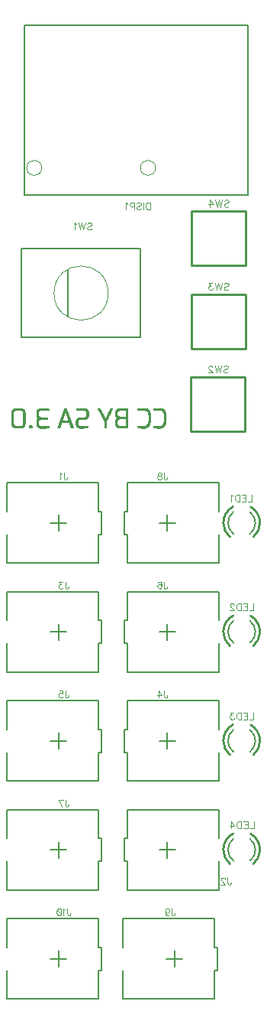
<source format=gbo>
G04 DipTrace 3.3.0.0*
G04 mBrane_02.GBO*
%MOIN*%
G04 #@! TF.FileFunction,Legend,Bot*
G04 #@! TF.Part,Single*
%ADD10C,0.009843*%
%ADD12C,0.001*%
%ADD14C,0.01*%
%ADD18C,0.008*%
%ADD19C,0.005984*%
%ADD20C,0.006*%
%ADD24C,0.000013*%
%ADD38C,0.005*%
%ADD80C,0.004632*%
%FSLAX26Y26*%
G04*
G70*
G90*
G75*
G01*
G04 BotSilk*
%LPD*%
X1001592Y4041126D2*
D24*
G02X1001592Y4041126I33077J0D01*
G01*
X504508D2*
G02X504508Y4041126I33077J0D01*
G01*
X1470632Y4664080D2*
D18*
X493466D1*
Y3923922D1*
X1470632D1*
Y4664080D1*
X644079Y2458966D2*
D20*
Y2529001D1*
X609132Y2494001D2*
X679076D1*
X818963Y2544016D2*
Y2669001D1*
Y2443986D2*
Y2319001D1*
X418953Y2443986D2*
Y2319001D1*
Y2544016D2*
Y2669001D1*
X818963D1*
Y2319001D2*
X418953D1*
X818963Y2443986D2*
D19*
X831437D1*
Y2544016D1*
X818963D1*
X1118823Y1103965D2*
D20*
Y1033930D1*
X1153770Y1068930D2*
X1083827D1*
X943940Y1018915D2*
Y893930D1*
Y1118945D2*
Y1243930D1*
X1343949Y1118945D2*
Y1243930D1*
Y1018915D2*
Y893930D1*
X943940D1*
Y1243930D2*
X1343949D1*
X943940Y1118945D2*
D19*
X931466D1*
Y1018915D1*
X943940D1*
X644079Y1983966D2*
D20*
Y2054001D1*
X609132Y2019001D2*
X679076D1*
X818963Y2069016D2*
Y2194001D1*
Y1968986D2*
Y1844001D1*
X418953Y1968986D2*
Y1844001D1*
Y2069016D2*
Y2194001D1*
X818963D1*
Y1844001D2*
X418953D1*
X818963Y1968986D2*
D19*
X831437D1*
Y2069016D1*
X818963D1*
X1118823Y1578915D2*
D20*
Y1508880D1*
X1153770Y1543880D2*
X1083827D1*
X943940Y1493865D2*
Y1368880D1*
Y1593895D2*
Y1718880D1*
X1343949Y1593895D2*
Y1718880D1*
Y1493865D2*
Y1368880D1*
X943940D1*
Y1718880D2*
X1343949D1*
X943940Y1593895D2*
D19*
X931466D1*
Y1493865D1*
X943940D1*
X644079Y1508966D2*
D20*
Y1579001D1*
X609132Y1544001D2*
X679076D1*
X818963Y1594016D2*
Y1719001D1*
Y1493986D2*
Y1369001D1*
X418953Y1493986D2*
Y1369001D1*
Y1594016D2*
Y1719001D1*
X818963D1*
Y1369001D2*
X418953D1*
X818963Y1493986D2*
D19*
X831437D1*
Y1594016D1*
X818963D1*
X1118823Y2053865D2*
D20*
Y1983830D1*
X1153770Y2018830D2*
X1083827D1*
X943940Y1968815D2*
Y1843830D1*
Y2068845D2*
Y2193830D1*
X1343949Y2068845D2*
Y2193830D1*
Y1968815D2*
Y1843830D1*
X943940D1*
Y2193830D2*
X1343949D1*
X943940Y2068845D2*
D19*
X931466D1*
Y1968815D1*
X943940D1*
X644079Y1033966D2*
D20*
Y1104001D1*
X609132Y1069001D2*
X679076D1*
X818963Y1119016D2*
Y1244001D1*
Y1018986D2*
Y894001D1*
X418953Y1018986D2*
Y894001D1*
Y1119016D2*
Y1244001D1*
X818963D1*
Y894001D2*
X418953D1*
X818963Y1018986D2*
D19*
X831437D1*
Y1119016D1*
X818963D1*
X1118823Y2528816D2*
D20*
Y2458781D1*
X1153770Y2493781D2*
X1083827D1*
X943940Y2443766D2*
Y2318781D1*
Y2543796D2*
Y2668781D1*
X1343949Y2543796D2*
Y2668781D1*
Y2443766D2*
Y2318781D1*
X943940D1*
Y2668781D2*
X1343949D1*
X943940Y2543796D2*
D19*
X931466D1*
Y2443766D1*
X943940D1*
X644079Y558966D2*
D20*
Y629001D1*
X609132Y594001D2*
X679076D1*
X818963Y644016D2*
Y769001D1*
Y543986D2*
Y419001D1*
X418953Y543986D2*
Y419001D1*
Y644016D2*
Y769001D1*
X818963D1*
Y419001D2*
X418953D1*
X818963Y543986D2*
D19*
X831437D1*
Y644016D1*
X818963D1*
X1383958Y2494002D2*
D20*
G03X1409078Y2445178I60036J14D01*
G01*
X1407958Y2541995D2*
G03X1383958Y2494002I35985J-47993D01*
G01*
X1503958D2*
G02X1480790Y2446641I-60007J7D01*
G01*
Y2541364D2*
G02X1503958Y2494002I-36839J-47368D01*
G01*
X1363958D2*
D14*
G03X1392742Y2432548I79941J-25D01*
G01*
X1406310Y2564590D2*
G03X1363958Y2494002I37693J-70615D01*
G01*
X1523958D2*
G02X1495638Y2432933I-80067J29D01*
G01*
X1483654Y2563466D2*
G02X1523958Y2494002I-39716J-69468D01*
G01*
X1383958Y2019002D2*
D20*
G03X1409078Y1970178I60036J14D01*
G01*
X1407958Y2066995D2*
G03X1383958Y2019002I35985J-47993D01*
G01*
X1503958D2*
G02X1480790Y1971641I-60007J7D01*
G01*
Y2066364D2*
G02X1503958Y2019002I-36839J-47368D01*
G01*
X1363958D2*
D14*
G03X1392742Y1957548I79941J-25D01*
G01*
X1406310Y2089590D2*
G03X1363958Y2019002I37693J-70615D01*
G01*
X1523958D2*
G02X1495638Y1957933I-80067J29D01*
G01*
X1483654Y2088466D2*
G02X1523958Y2019002I-39716J-69468D01*
G01*
X1383958Y1544002D2*
D20*
G03X1409078Y1495178I60036J14D01*
G01*
X1407958Y1591995D2*
G03X1383958Y1544002I35985J-47993D01*
G01*
X1503958D2*
G02X1480790Y1496641I-60007J7D01*
G01*
Y1591364D2*
G02X1503958Y1544002I-36839J-47368D01*
G01*
X1363958D2*
D14*
G03X1392742Y1482548I79941J-25D01*
G01*
X1406310Y1614590D2*
G03X1363958Y1544002I37693J-70615D01*
G01*
X1523958D2*
G02X1495638Y1482933I-80067J29D01*
G01*
X1483654Y1613466D2*
G02X1523958Y1544002I-39716J-69468D01*
G01*
X1383958Y1069002D2*
D20*
G03X1409078Y1020178I60036J14D01*
G01*
X1407958Y1116995D2*
G03X1383958Y1069002I35985J-47993D01*
G01*
X1503958D2*
G02X1480790Y1021641I-60007J7D01*
G01*
Y1116364D2*
G02X1503958Y1069002I-36839J-47368D01*
G01*
X1363958D2*
D14*
G03X1392742Y1007548I79941J-25D01*
G01*
X1406310Y1139590D2*
G03X1363958Y1069002I37693J-70615D01*
G01*
X1523958D2*
G02X1495638Y1007933I-80067J29D01*
G01*
X1483654Y1138466D2*
G02X1523958Y1069002I-39716J-69468D01*
G01*
X624337Y3495576D2*
D24*
G02X624337Y3495576I118106J0D01*
G01*
X1002289Y3689688D2*
D38*
Y3301464D1*
X482597D1*
Y3689688D1*
X1002289D1*
X683390Y3597931D2*
Y3393221D1*
X1222894Y3129768D2*
D10*
X1459102D1*
Y2893566D1*
X1222894D1*
Y3129768D1*
X1224764Y3490054D2*
X1460973D1*
Y3253852D1*
X1224764D1*
Y3490054D1*
X1460987Y3616354D2*
X1224779D1*
Y3852555D1*
X1460987D1*
Y3616354D1*
X1150318Y558966D2*
D20*
Y629001D1*
X1115380Y594001D2*
X1185339D1*
X1325215Y644016D2*
Y769001D1*
Y543986D2*
Y419001D1*
X925203Y543986D2*
Y419001D1*
Y644016D2*
Y769001D1*
X1325215D1*
Y419001D2*
X925203D1*
X1325215Y543986D2*
D19*
X1337687D1*
Y644016D1*
X1325215D1*
X1012728Y2994602D2*
D12*
X1019728D1*
X1080728D2*
X1087728D1*
X454728Y2993602D2*
X478728D1*
X561728D2*
X588728D1*
X668728D2*
X676728D1*
X738728D2*
X759728D1*
X814728D2*
X822728D1*
X870728D2*
X878728D1*
X909728D2*
X944728D1*
X1000728D2*
X1023916D1*
X1068728D2*
X1091916D1*
X451159Y2992602D2*
X482296D1*
X559082D2*
X593977D1*
X668382D2*
X677107D1*
X730665D2*
X762185D1*
X815111D2*
X823569D1*
X870107D2*
X878348D1*
X906043D2*
X944728D1*
X994665D2*
X1027358D1*
X1062665D2*
X1095358D1*
X448291Y2991602D2*
X485168D1*
X556785D2*
X597972D1*
X668049D2*
X677533D1*
X722728D2*
X764429D1*
X815572D2*
X824286D1*
X869537D2*
X877918D1*
X903051D2*
X944728D1*
X988728D2*
X1030090D1*
X1056728D2*
X1098090D1*
X446126Y2990602D2*
X487368D1*
X554879D2*
X600910D1*
X667732D2*
X677966D1*
X722728D2*
X766373D1*
X816133D2*
X824896D1*
X869002D2*
X877453D1*
X900831D2*
X944728D1*
X988728D2*
X1032279D1*
X1056728D2*
X1100279D1*
X444543Y2989602D2*
X489078D1*
X553333D2*
X602026D1*
X667391D2*
X678356D1*
X722728D2*
X767904D1*
X816762D2*
X825446D1*
X868487D2*
X876968D1*
X899203D2*
X944728D1*
X988728D2*
X1034018D1*
X1056728D2*
X1102018D1*
X443419Y2988602D2*
X490442D1*
X552145D2*
X602405D1*
X667055D2*
X678702D1*
X722728D2*
X769024D1*
X817368D2*
X825965D1*
X867981D2*
X876474D1*
X897921D2*
X944728D1*
X988728D2*
X1035378D1*
X1056728D2*
X1103378D1*
X442543Y2987602D2*
X491575D1*
X551240D2*
X602598D1*
X666735D2*
X679056D1*
X722728D2*
X769906D1*
X817928D2*
X826474D1*
X867479D2*
X875976D1*
X896838D2*
X944728D1*
X988728D2*
X1036435D1*
X1056728D2*
X1104435D1*
X441778Y2986602D2*
X492514D1*
X550468D2*
X602682D1*
X666392D2*
X679397D1*
X722728D2*
X770674D1*
X818458D2*
X826980D1*
X866978D2*
X875477D1*
X895923D2*
X944728D1*
X988728D2*
X1037270D1*
X1056728D2*
X1105270D1*
X441118Y2985602D2*
X493267D1*
X549749D2*
X602728D1*
X666055D2*
X679719D1*
X722728D2*
X745728D1*
X756292D2*
X771332D1*
X818970D2*
X827513D1*
X866478D2*
X874977D1*
X895181D2*
X944728D1*
X988728D2*
X1001728D1*
X1022292D2*
X1038009D1*
X1056728D2*
X1069728D1*
X1090292D2*
X1106009D1*
X440538Y2984602D2*
X452773D1*
X480451D2*
X493889D1*
X549111D2*
X561769D1*
X665735D2*
X680063D1*
X759291D2*
X771878D1*
X819475D2*
X828108D1*
X865977D2*
X874478D1*
X894563D2*
X907966D1*
X936728D2*
X944728D1*
X1025295D2*
X1038714D1*
X1093295D2*
X1106714D1*
X440005Y2983602D2*
X450976D1*
X482740D2*
X494440D1*
X548569D2*
X559941D1*
X665392D2*
X680399D1*
X761519D2*
X772288D1*
X819976D2*
X828753D1*
X865478D2*
X873981D1*
X894010D2*
X905552D1*
X936728D2*
X944728D1*
X1027558D2*
X1039347D1*
X1095558D2*
X1107347D1*
X439526Y2982602D2*
X449513D1*
X484425D2*
X494925D1*
X548131D2*
X558382D1*
X665055D2*
X680724D1*
X763050D2*
X772562D1*
X820478D2*
X829365D1*
X864977D2*
X873513D1*
X893490D2*
X903659D1*
X936728D2*
X944728D1*
X1029217D2*
X1039887D1*
X1097217D2*
X1107887D1*
X439151Y2981602D2*
X448454D1*
X485630D2*
X495303D1*
X547765D2*
X557176D1*
X664735D2*
X681098D1*
X764076D2*
X772808D1*
X820977D2*
X829927D1*
X864478D2*
X873108D1*
X892985D2*
X902290D1*
X936728D2*
X944728D1*
X1030485D2*
X1040325D1*
X1098485D2*
X1108325D1*
X438924Y2980602D2*
X447710D1*
X486526D2*
X495534D1*
X547407D2*
X556291D1*
X664392D2*
X681527D1*
X764779D2*
X773100D1*
X821478D2*
X830458D1*
X863977D2*
X872753D1*
X892515D2*
X901331D1*
X936728D2*
X944728D1*
X1031481D2*
X1040690D1*
X1099481D2*
X1108690D1*
X438810Y2979602D2*
X447185D1*
X487161D2*
X495684D1*
X547098D2*
X555644D1*
X664055D2*
X671689D1*
X673882D2*
X681963D1*
X765248D2*
X773378D1*
X821981D2*
X830969D1*
X863478D2*
X872365D1*
X892109D2*
X900621D1*
X936728D2*
X944728D1*
X1032255D2*
X1041052D1*
X1100255D2*
X1109052D1*
X438760Y2978602D2*
X446785D1*
X487622D2*
X495862D1*
X546903D2*
X555196D1*
X663731D2*
X671561D1*
X674134D2*
X682355D1*
X765511D2*
X773560D1*
X822513D2*
X831475D1*
X862977D2*
X871927D1*
X891757D2*
X900035D1*
X936728D2*
X944728D1*
X1032885D2*
X1041396D1*
X1100885D2*
X1109396D1*
X438739Y2977602D2*
X446414D1*
X488022D2*
X496122D1*
X546802D2*
X554941D1*
X663357D2*
X671318D1*
X674428D2*
X682701D1*
X765638D2*
X773656D1*
X823108D2*
X831976D1*
X862478D2*
X871458D1*
X891404D2*
X899537D1*
X936728D2*
X944728D1*
X1033439D2*
X1041719D1*
X1101439D2*
X1109719D1*
X438732Y2976602D2*
X446101D1*
X488347D2*
X496386D1*
X546757D2*
X554816D1*
X662928D2*
X671026D1*
X674731D2*
X683056D1*
X765693D2*
X773699D1*
X823753D2*
X832478D1*
X861977D2*
X870969D1*
X891097D2*
X899154D1*
X936728D2*
X944728D1*
X1033929D2*
X1042059D1*
X1101929D2*
X1110059D1*
X438729Y2975602D2*
X445904D1*
X488549D2*
X496563D1*
X546738D2*
X554762D1*
X662492D2*
X670724D1*
X675067D2*
X683397D1*
X765715D2*
X773717D1*
X824365D2*
X832977D1*
X861478D2*
X870475D1*
X890903D2*
X898925D1*
X936728D2*
X944728D1*
X1034342D2*
X1042364D1*
X1102342D2*
X1110364D1*
X438728Y2974602D2*
X445803D1*
X488652D2*
X496657D1*
X546731D2*
X554740D1*
X662100D2*
X670388D1*
X675401D2*
X683723D1*
X765723D2*
X773724D1*
X824927D2*
X833478D1*
X860977D2*
X869976D1*
X890802D2*
X898811D1*
X936728D2*
X944728D1*
X1034697D2*
X1042592D1*
X1102697D2*
X1110592D1*
X438728Y2973602D2*
X445757D1*
X488698D2*
X496699D1*
X546729D2*
X554732D1*
X661754D2*
X670054D1*
X675724D2*
X684098D1*
X765726D2*
X773726D1*
X825458D2*
X833981D1*
X860478D2*
X869478D1*
X890757D2*
X898760D1*
X936728D2*
X944728D1*
X1035051D2*
X1042820D1*
X1103051D2*
X1110820D1*
X438728Y2972602D2*
X445739D1*
X488716D2*
X496717D1*
X546728D2*
X554729D1*
X661399D2*
X669735D1*
X676098D2*
X684527D1*
X765727D2*
X773727D1*
X825969D2*
X834513D1*
X859977D2*
X868977D1*
X890738D2*
X898740D1*
X936728D2*
X944728D1*
X1035357D2*
X1043104D1*
X1103357D2*
X1111104D1*
X438728Y2971602D2*
X445731D1*
X488724D2*
X496724D1*
X546728D2*
X554728D1*
X661058D2*
X669392D1*
X676527D2*
X684963D1*
X765727D2*
X773727D1*
X826475D2*
X835108D1*
X859478D2*
X868478D1*
X890731D2*
X898732D1*
X936728D2*
X944728D1*
X1035556D2*
X1043379D1*
X1103556D2*
X1111379D1*
X438728Y2970602D2*
X445729D1*
X488726D2*
X496726D1*
X546728D2*
X554728D1*
X660736D2*
X669055D1*
X676963D2*
X685355D1*
X765727D2*
X773727D1*
X826976D2*
X835753D1*
X858977D2*
X867977D1*
X890729D2*
X898729D1*
X936728D2*
X944728D1*
X1035692D2*
X1043560D1*
X1103692D2*
X1111560D1*
X438728Y2969602D2*
X445728D1*
X488727D2*
X496727D1*
X546728D2*
X554728D1*
X660392D2*
X668735D1*
X677355D2*
X685701D1*
X765727D2*
X773727D1*
X827478D2*
X836365D1*
X858478D2*
X867478D1*
X890728D2*
X898732D1*
X936728D2*
X944728D1*
X1035865D2*
X1043660D1*
X1103865D2*
X1111660D1*
X438728Y2968602D2*
X445728D1*
X488727D2*
X496727D1*
X546728D2*
X554728D1*
X660056D2*
X668392D1*
X677701D2*
X686056D1*
X765727D2*
X773727D1*
X827977D2*
X836927D1*
X857977D2*
X866977D1*
X890732D2*
X898767D1*
X936728D2*
X944728D1*
X1036123D2*
X1043738D1*
X1104123D2*
X1111738D1*
X438728Y2967602D2*
X445728D1*
X488727D2*
X496727D1*
X546728D2*
X554728D1*
X659735D2*
X668055D1*
X678056D2*
X686397D1*
X765728D2*
X773728D1*
X828478D2*
X837458D1*
X857478D2*
X866478D1*
X890767D2*
X898894D1*
X936728D2*
X944728D1*
X1036386D2*
X1043883D1*
X1104386D2*
X1111883D1*
X438728Y2966602D2*
X445728D1*
X488727D2*
X496727D1*
X546728D2*
X554728D1*
X659392D2*
X667735D1*
X678397D2*
X686719D1*
X765728D2*
X773728D1*
X828977D2*
X837969D1*
X856981D2*
X865977D1*
X890894D2*
X899137D1*
X936728D2*
X944728D1*
X1036563D2*
X1044130D1*
X1104563D2*
X1112130D1*
X438728Y2965602D2*
X445728D1*
X488727D2*
X496727D1*
X546728D2*
X554731D1*
X659055D2*
X667392D1*
X678719D2*
X687063D1*
X765728D2*
X773728D1*
X829478D2*
X838475D1*
X856513D2*
X865478D1*
X891137D2*
X899433D1*
X936728D2*
X944728D1*
X1036657D2*
X1044389D1*
X1104657D2*
X1112389D1*
X438728Y2964602D2*
X445728D1*
X488728D2*
X496728D1*
X546728D2*
X554767D1*
X658735D2*
X667055D1*
X679063D2*
X687399D1*
X765728D2*
X773728D1*
X829981D2*
X838976D1*
X856108D2*
X864977D1*
X891429D2*
X899770D1*
X936728D2*
X944728D1*
X1036699D2*
X1044564D1*
X1104699D2*
X1112564D1*
X438728Y2963602D2*
X445728D1*
X488728D2*
X496728D1*
X546731D2*
X554898D1*
X658392D2*
X666735D1*
X679399D2*
X687724D1*
X765724D2*
X773728D1*
X830513D2*
X839478D1*
X855753D2*
X864478D1*
X891731D2*
X900237D1*
X936728D2*
X944728D1*
X1036717D2*
X1044657D1*
X1104717D2*
X1112657D1*
X438728Y2962602D2*
X445728D1*
X488728D2*
X496728D1*
X546767D2*
X555173D1*
X658055D2*
X666392D1*
X679720D2*
X688098D1*
X765688D2*
X773724D1*
X831108D2*
X839981D1*
X855365D2*
X863977D1*
X892067D2*
X900850D1*
X936728D2*
X944728D1*
X1036724D2*
X1044699D1*
X1104724D2*
X1112699D1*
X438728Y2961602D2*
X445728D1*
X488728D2*
X496728D1*
X546894D2*
X555560D1*
X657731D2*
X666055D1*
X680063D2*
X688527D1*
X765557D2*
X773688D1*
X831753D2*
X840513D1*
X854927D2*
X863478D1*
X892405D2*
X901604D1*
X936728D2*
X944728D1*
X1036726D2*
X1044717D1*
X1104726D2*
X1112717D1*
X438728Y2960602D2*
X445728D1*
X488728D2*
X496728D1*
X547137D2*
X556017D1*
X657357D2*
X665735D1*
X680400D2*
X688963D1*
X765282D2*
X773561D1*
X832365D2*
X841108D1*
X854458D2*
X862977D1*
X892759D2*
X902640D1*
X936728D2*
X944728D1*
X1036727D2*
X1044724D1*
X1104727D2*
X1112724D1*
X438728Y2959602D2*
X445728D1*
X488728D2*
X496728D1*
X547429D2*
X556576D1*
X656928D2*
X665392D1*
X680720D2*
X689355D1*
X764891D2*
X773321D1*
X832927D2*
X841753D1*
X853969D2*
X862478D1*
X893230D2*
X904196D1*
X936728D2*
X944728D1*
X1036727D2*
X1044726D1*
X1104727D2*
X1112726D1*
X438728Y2958602D2*
X445728D1*
X488728D2*
X496728D1*
X547735D2*
X557404D1*
X656492D2*
X665055D1*
X681063D2*
X689701D1*
X764387D2*
X773061D1*
X833458D2*
X842365D1*
X853475D2*
X861977D1*
X893813D2*
X906476D1*
X936728D2*
X944728D1*
X1036727D2*
X1044727D1*
X1104727D2*
X1112727D1*
X438728Y2957602D2*
X445728D1*
X488728D2*
X496728D1*
X548102D2*
X558749D1*
X656100D2*
X664731D1*
X681400D2*
X690056D1*
X763770D2*
X772852D1*
X833969D2*
X842927D1*
X852976D2*
X861478D1*
X894464D2*
X909444D1*
X936728D2*
X944728D1*
X1036727D2*
X1044727D1*
X1104727D2*
X1112727D1*
X438728Y2956602D2*
X445728D1*
X488728D2*
X496728D1*
X548532D2*
X560699D1*
X655754D2*
X664357D1*
X681724D2*
X690397D1*
X762106D2*
X772628D1*
X834475D2*
X843458D1*
X852478D2*
X860977D1*
X895276D2*
X944728D1*
X1036727D2*
X1044727D1*
X1104727D2*
X1112727D1*
X438728Y2955602D2*
X445728D1*
X488728D2*
X496728D1*
X549007D2*
X563115D1*
X655399D2*
X663928D1*
X682098D2*
X690723D1*
X759431D2*
X772307D1*
X834976D2*
X843969D1*
X851977D2*
X860478D1*
X896354D2*
X944728D1*
X1036728D2*
X1044727D1*
X1104728D2*
X1112727D1*
X438728Y2954602D2*
X445728D1*
X488728D2*
X496728D1*
X549564D2*
X576728D1*
X655058D2*
X663492D1*
X682527D2*
X691098D1*
X755795D2*
X771866D1*
X835478D2*
X844475D1*
X851478D2*
X859977D1*
X897665D2*
X944728D1*
X1036728D2*
X1044727D1*
X1104728D2*
X1112727D1*
X438728Y2953602D2*
X445728D1*
X488728D2*
X496728D1*
X550318D2*
X594728D1*
X654736D2*
X663100D1*
X682963D2*
X691527D1*
X730728D2*
X771279D1*
X835977D2*
X844976D1*
X850977D2*
X859478D1*
X899148D2*
X944728D1*
X1036728D2*
X1044728D1*
X1104728D2*
X1112728D1*
X438728Y2952602D2*
X445728D1*
X488728D2*
X496728D1*
X551338D2*
X594728D1*
X654392D2*
X662754D1*
X683355D2*
X691963D1*
X728650D2*
X770521D1*
X836478D2*
X845478D1*
X850470D2*
X858977D1*
X900728D2*
X944728D1*
X1036728D2*
X1044728D1*
X1104728D2*
X1112728D1*
X438728Y2951602D2*
X445728D1*
X488728D2*
X496728D1*
X552516D2*
X594728D1*
X654056D2*
X662399D1*
X683701D2*
X692355D1*
X726831D2*
X769637D1*
X836981D2*
X845980D1*
X849896D2*
X858478D1*
X899266D2*
X944728D1*
X1036728D2*
X1044728D1*
X1104728D2*
X1112728D1*
X438728Y2950602D2*
X445728D1*
X488728D2*
X496728D1*
X553728D2*
X594728D1*
X653735D2*
X662058D1*
X684056D2*
X692701D1*
X725317D2*
X768647D1*
X837513D2*
X846507D1*
X849114D2*
X857977D1*
X897979D2*
X944728D1*
X1036728D2*
X1044728D1*
X1104728D2*
X1112728D1*
X438728Y2949602D2*
X445728D1*
X488728D2*
X496728D1*
X552731D2*
X594728D1*
X653392D2*
X661736D1*
X684397D2*
X693056D1*
X724144D2*
X767464D1*
X838108D2*
X847090D1*
X848014D2*
X857478D1*
X896833D2*
X944728D1*
X1036728D2*
X1044728D1*
X1104728D2*
X1112728D1*
X438728Y2948602D2*
X445728D1*
X488728D2*
X496728D1*
X551767D2*
X594728D1*
X653055D2*
X661392D1*
X684719D2*
X693397D1*
X723274D2*
X765915D1*
X838753D2*
X856977D1*
X895773D2*
X944728D1*
X1036728D2*
X1044728D1*
X1104728D2*
X1112728D1*
X438728Y2947602D2*
X445728D1*
X488728D2*
X496728D1*
X550898D2*
X594728D1*
X652735D2*
X661056D1*
X685063D2*
X693719D1*
X722599D2*
X763936D1*
X839365D2*
X856478D1*
X894786D2*
X906773D1*
X936728D2*
X944728D1*
X1036728D2*
X1044728D1*
X1104728D2*
X1112728D1*
X438728Y2946602D2*
X445728D1*
X488728D2*
X496728D1*
X550173D2*
X578728D1*
X652392D2*
X660735D1*
X685399D2*
X694063D1*
X722027D2*
X761728D1*
X839927D2*
X855977D1*
X893938D2*
X904976D1*
X936728D2*
X944728D1*
X1036728D2*
X1044728D1*
X1104728D2*
X1112728D1*
X438728Y2945602D2*
X445728D1*
X488728D2*
X496728D1*
X549560D2*
X563121D1*
X652055D2*
X660392D1*
X685720D2*
X694399D1*
X721530D2*
X735321D1*
X840458D2*
X855478D1*
X893306D2*
X903509D1*
X936728D2*
X944728D1*
X1036728D2*
X1044728D1*
X1104728D2*
X1112728D1*
X438728Y2944602D2*
X445728D1*
X488728D2*
X496728D1*
X549013D2*
X560951D1*
X651735D2*
X660052D1*
X686059D2*
X694724D1*
X721114D2*
X732602D1*
X840969D2*
X854977D1*
X892839D2*
X902415D1*
X936728D2*
X944728D1*
X1036728D2*
X1044728D1*
X1104728D2*
X1112728D1*
X438728Y2943602D2*
X445728D1*
X488728D2*
X496728D1*
X548525D2*
X559285D1*
X651392D2*
X659692D1*
X686361D2*
X695098D1*
X720758D2*
X730728D1*
X841475D2*
X854478D1*
X892432D2*
X901548D1*
X936728D2*
X944728D1*
X1036728D2*
X1044728D1*
X1104728D2*
X1112728D1*
X438728Y2942602D2*
X445728D1*
X488728D2*
X496728D1*
X548113D2*
X557999D1*
X651055D2*
X659190D1*
X686554D2*
X695527D1*
X720405D2*
X729520D1*
X841976D2*
X853977D1*
X892070D2*
X900814D1*
X936728D2*
X944728D1*
X1036728D2*
X1044728D1*
X1104728D2*
X1112728D1*
X438728Y2941602D2*
X445728D1*
X488728D2*
X496728D1*
X547758D2*
X557021D1*
X650731D2*
X658504D1*
X686659D2*
X695963D1*
X720098D2*
X728732D1*
X842474D2*
X853478D1*
X891740D2*
X900250D1*
X936728D2*
X944728D1*
X1036728D2*
X1044724D1*
X1104728D2*
X1112724D1*
X438728Y2940602D2*
X445728D1*
X488728D2*
X496728D1*
X547404D2*
X556336D1*
X650357D2*
X696355D1*
X719903D2*
X728224D1*
X842938D2*
X852981D1*
X891398D2*
X899817D1*
X936728D2*
X944728D1*
X1036724D2*
X1044688D1*
X1104724D2*
X1112688D1*
X438728Y2939602D2*
X445728D1*
X488728D2*
X496728D1*
X547098D2*
X555850D1*
X649928D2*
X696701D1*
X719802D2*
X727913D1*
X843307D2*
X852517D1*
X891095D2*
X899428D1*
X936728D2*
X944728D1*
X1036688D2*
X1044561D1*
X1104688D2*
X1112561D1*
X438728Y2938602D2*
X445728D1*
X488728D2*
X496728D1*
X546903D2*
X555440D1*
X649492D2*
X697056D1*
X719757D2*
X727653D1*
X843532D2*
X852148D1*
X890902D2*
X899102D1*
X936728D2*
X944728D1*
X1036561D2*
X1044321D1*
X1104561D2*
X1112321D1*
X438728Y2937602D2*
X445728D1*
X488728D2*
X496728D1*
X546802D2*
X555111D1*
X649100D2*
X697397D1*
X719738D2*
X727357D1*
X843645D2*
X851923D1*
X890802D2*
X898867D1*
X936728D2*
X944728D1*
X1036321D2*
X1044065D1*
X1104321D2*
X1112065D1*
X438728Y2936602D2*
X445728D1*
X488728D2*
X496728D1*
X546757D2*
X554907D1*
X648754D2*
X697719D1*
X719731D2*
X727078D1*
X843695D2*
X851810D1*
X890757D2*
X898637D1*
X936728D2*
X944728D1*
X1036065D2*
X1043891D1*
X1104065D2*
X1111891D1*
X438728Y2935602D2*
X445728D1*
X488728D2*
X496728D1*
X546738D2*
X554804D1*
X648399D2*
X698063D1*
X719729D2*
X726895D1*
X843716D2*
X851760D1*
X890738D2*
X898351D1*
X936728D2*
X944728D1*
X1035887D2*
X1043794D1*
X1103887D2*
X1111794D1*
X438728Y2934602D2*
X445728D1*
X488728D2*
X496728D1*
X546731D2*
X554758D1*
X648058D2*
X698399D1*
X719728D2*
X726800D1*
X843723D2*
X851739D1*
X890731D2*
X898076D1*
X936728D2*
X944728D1*
X1035759D2*
X1043716D1*
X1103759D2*
X1111716D1*
X438728Y2933602D2*
X445728D1*
X488728D2*
X496728D1*
X546729D2*
X554739D1*
X647736D2*
X698724D1*
X719728D2*
X726756D1*
X843726D2*
X851732D1*
X890729D2*
X897895D1*
X936728D2*
X944728D1*
X1035589D2*
X1043572D1*
X1103589D2*
X1111572D1*
X438728Y2932602D2*
X445728D1*
X488728D2*
X496728D1*
X546728D2*
X554731D1*
X647392D2*
X699098D1*
X719728D2*
X726738D1*
X843727D2*
X851729D1*
X890728D2*
X897803D1*
X936728D2*
X944728D1*
X1035328D2*
X1043325D1*
X1103328D2*
X1111325D1*
X438728Y2931602D2*
X445728D1*
X488728D2*
X496728D1*
X546728D2*
X554729D1*
X647056D2*
X655573D1*
X690882D2*
X699527D1*
X719728D2*
X726731D1*
X843727D2*
X851728D1*
X890728D2*
X897795D1*
X936728D2*
X944728D1*
X1035030D2*
X1043062D1*
X1103030D2*
X1111062D1*
X438728Y2930602D2*
X445728D1*
X488728D2*
X496728D1*
X546728D2*
X554728D1*
X646735D2*
X655321D1*
X691134D2*
X699963D1*
X719728D2*
X726729D1*
X843727D2*
X851728D1*
X890728D2*
X897905D1*
X936728D2*
X944728D1*
X1034722D2*
X1042852D1*
X1102722D2*
X1110852D1*
X438728Y2929602D2*
X445728D1*
X488728D2*
X496728D1*
X546728D2*
X554728D1*
X646392D2*
X655027D1*
X691428D2*
X700355D1*
X719728D2*
X726728D1*
X843727D2*
X851728D1*
X890728D2*
X898137D1*
X936728D2*
X944728D1*
X1034353D2*
X1042632D1*
X1102353D2*
X1110632D1*
X438728Y2928602D2*
X445731D1*
X488728D2*
X496724D1*
X546728D2*
X554728D1*
X646055D2*
X654724D1*
X691731D2*
X700701D1*
X719728D2*
X726728D1*
X843727D2*
X851728D1*
X890728D2*
X898395D1*
X936728D2*
X944728D1*
X1033923D2*
X1042346D1*
X1101923D2*
X1110346D1*
X438728Y2927602D2*
X445767D1*
X488724D2*
X496688D1*
X546728D2*
X554728D1*
X645735D2*
X654388D1*
X692067D2*
X701056D1*
X719728D2*
X726731D1*
X843728D2*
X851728D1*
X890728D2*
X898604D1*
X936728D2*
X944728D1*
X1033456D2*
X1042037D1*
X1101456D2*
X1110037D1*
X438728Y2926602D2*
X445894D1*
X488688D2*
X496561D1*
X546728D2*
X554728D1*
X645392D2*
X654054D1*
X692401D2*
X701397D1*
X719728D2*
X726767D1*
X843728D2*
X851728D1*
X890731D2*
X898824D1*
X936728D2*
X944728D1*
X1032969D2*
X1041728D1*
X1100969D2*
X1109728D1*
X438728Y2925602D2*
X446134D1*
X488561D2*
X496321D1*
X546728D2*
X554731D1*
X645055D2*
X653735D1*
X692720D2*
X701723D1*
X719728D2*
X726894D1*
X843728D2*
X851728D1*
X890767D2*
X899109D1*
X936728D2*
X944728D1*
X1032471D2*
X1041389D1*
X1100471D2*
X1109389D1*
X438728Y2924602D2*
X446394D1*
X488318D2*
X496065D1*
X546731D2*
X554767D1*
X644735D2*
X653392D1*
X693063D2*
X702098D1*
X719728D2*
X727137D1*
X843728D2*
X851728D1*
X890894D2*
X899422D1*
X936728D2*
X944728D1*
X1031937D2*
X1041055D1*
X1099937D2*
X1109055D1*
X438728Y2923602D2*
X446607D1*
X488022D2*
X495891D1*
X546767D2*
X554898D1*
X644392D2*
X653055D1*
X693400D2*
X702527D1*
X719728D2*
X727433D1*
X843728D2*
X851728D1*
X891137D2*
X899770D1*
X936728D2*
X944728D1*
X1031307D2*
X1040731D1*
X1099307D2*
X1108731D1*
X438731Y2922602D2*
X446867D1*
X487677D2*
X495794D1*
X546894D2*
X555176D1*
X644055D2*
X652735D1*
X693720D2*
X702963D1*
X719731D2*
X727774D1*
X843728D2*
X851728D1*
X891429D2*
X900271D1*
X936728D2*
X944728D1*
X1030532D2*
X1040353D1*
X1098532D2*
X1108353D1*
X438767Y2921602D2*
X447319D1*
X487140D2*
X495716D1*
X547134D2*
X555599D1*
X643731D2*
X652396D1*
X694063D2*
X703355D1*
X719767D2*
X728276D1*
X843728D2*
X851728D1*
X891735D2*
X900985D1*
X936728D2*
X944728D1*
X1029641D2*
X1039889D1*
X1097641D2*
X1107889D1*
X438898Y2920602D2*
X448038D1*
X486268D2*
X495568D1*
X547394D2*
X556188D1*
X643357D2*
X652091D1*
X694400D2*
X703701D1*
X719894D2*
X729020D1*
X843728D2*
X851728D1*
X892102D2*
X901917D1*
X936728D2*
X944728D1*
X1028648D2*
X1039325D1*
X1096648D2*
X1107325D1*
X439173Y2919602D2*
X449048D1*
X485008D2*
X495286D1*
X515728D2*
X525728D1*
X547603D2*
X557021D1*
X642928D2*
X651863D1*
X694720D2*
X704056D1*
X720137D2*
X730041D1*
X843728D2*
X851728D1*
X892532D2*
X903186D1*
X936728D2*
X944728D1*
X1027463D2*
X1038690D1*
X1095463D2*
X1106690D1*
X439560Y2918602D2*
X450382D1*
X483410D2*
X494896D1*
X515728D2*
X526189D1*
X547827D2*
X558233D1*
X642492D2*
X651635D1*
X695063D2*
X704397D1*
X720433D2*
X731383D1*
X843728D2*
X851728D1*
X893003D2*
X904966D1*
X936728D2*
X944728D1*
X1025899D2*
X1038048D1*
X1093899D2*
X1106048D1*
X440013Y2917602D2*
X451994D1*
X481608D2*
X494442D1*
X515728D2*
X526476D1*
X548148D2*
X559985D1*
X642100D2*
X651347D1*
X695400D2*
X704719D1*
X720770D2*
X733019D1*
X843728D2*
X851728D1*
X893525D2*
X907235D1*
X936728D2*
X944728D1*
X1023838D2*
X1037357D1*
X1091838D2*
X1105357D1*
X440529Y2916602D2*
X493926D1*
X515728D2*
X526622D1*
X548589D2*
X562242D1*
X641754D2*
X651037D1*
X695720D2*
X705063D1*
X721233D2*
X734838D1*
X765728D2*
X771728D1*
X843728D2*
X851728D1*
X894150D2*
X944728D1*
X988728D2*
X997728D1*
X1021370D2*
X1036552D1*
X1056728D2*
X1065728D1*
X1089370D2*
X1104552D1*
X441152Y2915602D2*
X493299D1*
X515728D2*
X526686D1*
X549176D2*
X601728D1*
X641399D2*
X650728D1*
X696063D2*
X705399D1*
X721811D2*
X771728D1*
X843728D2*
X851728D1*
X894924D2*
X944728D1*
X988728D2*
X1035653D1*
X1056728D2*
X1103653D1*
X441924Y2914602D2*
X492492D1*
X515728D2*
X526712D1*
X549934D2*
X601769D1*
X641058D2*
X650389D1*
X696400D2*
X705724D1*
X722430D2*
X771728D1*
X843728D2*
X851728D1*
X895814D2*
X944728D1*
X988728D2*
X1034694D1*
X1056728D2*
X1102694D1*
X442818Y2913602D2*
X491474D1*
X515728D2*
X526722D1*
X550818D2*
X601924D1*
X640736D2*
X650055D1*
X696720D2*
X706098D1*
X723149D2*
X771716D1*
X843728D2*
X851728D1*
X896803D2*
X944728D1*
X988735D2*
X1033674D1*
X1056735D2*
X1101674D1*
X443846Y2912602D2*
X490238D1*
X515731D2*
X526722D1*
X551804D2*
X602266D1*
X640392D2*
X649735D1*
X697063D2*
X706527D1*
X724115D2*
X771681D1*
X843728D2*
X851728D1*
X897957D2*
X944728D1*
X988833D2*
X1032514D1*
X1056833D2*
X1100514D1*
X445158Y2911602D2*
X488760D1*
X515769D2*
X526685D1*
X552961D2*
X602728D1*
X640053D2*
X649396D1*
X697403D2*
X706960D1*
X725430D2*
X771239D1*
X843728D2*
X851728D1*
X899431D2*
X944728D1*
X989079D2*
X1031099D1*
X1057079D2*
X1099099D1*
X446955Y2910602D2*
X486881D1*
X515924D2*
X526531D1*
X554473D2*
X600477D1*
X639704D2*
X649092D1*
X697751D2*
X707318D1*
X727161D2*
X768801D1*
X843728D2*
X851728D1*
X901399D2*
X944728D1*
X990517D2*
X1029323D1*
X1058517D2*
X1097323D1*
X449231Y2909602D2*
X484463D1*
X516266D2*
X526189D1*
X556595D2*
X597065D1*
X639257D2*
X648883D1*
X698198D2*
X707555D1*
X729443D2*
X764272D1*
X843728D2*
X851728D1*
X903911D2*
X944728D1*
X994962D2*
X1027023D1*
X1062962D2*
X1095023D1*
X451728Y2908602D2*
X481728D1*
X516728D2*
X525728D1*
X559449D2*
X592265D1*
X638728D2*
X648728D1*
X698728D2*
X707728D1*
X732388D2*
X757545D1*
X843728D2*
X851728D1*
X906728D2*
X944728D1*
X1001308D2*
X1024071D1*
X1069308D2*
X1092071D1*
X562728Y2907602D2*
X586728D1*
X735728D2*
X749728D1*
X1008728D2*
X1020728D1*
X1076728D2*
X1088728D1*
X1012728Y2994602D2*
Y2993602D1*
X1019728Y2994602D2*
X1023916Y2993602D1*
X1027358Y2992602D1*
X1030090Y2991602D1*
X1032279Y2990602D1*
X1034018Y2989602D1*
X1035378Y2988602D1*
X1036435Y2987602D1*
X1037270Y2986602D1*
X1038009Y2985602D1*
X1038714Y2984602D1*
X1039347Y2983602D1*
X1039887Y2982602D1*
X1040325Y2981602D1*
X1040690Y2980602D1*
X1041052Y2979602D1*
X1041396Y2978602D1*
X1041719Y2977602D1*
X1042059Y2976602D1*
X1042364Y2975602D1*
X1042592Y2974602D1*
X1042820Y2973602D1*
X1043104Y2972602D1*
X1043379Y2971602D1*
X1043560Y2970602D1*
X1043660Y2969602D1*
X1043738Y2968602D1*
X1043883Y2967602D1*
X1044130Y2966602D1*
X1044389Y2965602D1*
X1044564Y2964602D1*
X1044657Y2963602D1*
X1044699Y2962602D1*
X1044717Y2961602D1*
X1044724Y2960602D1*
X1044726Y2959602D1*
X1044727Y2958602D1*
Y2957602D1*
Y2956602D1*
Y2955602D1*
Y2954602D1*
X1044728Y2953602D1*
Y2952602D1*
Y2951602D1*
Y2950602D1*
Y2949602D1*
Y2948602D1*
Y2947602D1*
Y2946602D1*
Y2945602D1*
Y2944602D1*
Y2943602D1*
Y2942602D1*
X1044724Y2941602D1*
X1044688Y2940602D1*
X1044561Y2939602D1*
X1044321Y2938602D1*
X1044065Y2937602D1*
X1043891Y2936602D1*
X1043794Y2935602D1*
X1043716Y2934602D1*
X1043572Y2933602D1*
X1043325Y2932602D1*
X1043062Y2931602D1*
X1042852Y2930602D1*
X1042632Y2929602D1*
X1042346Y2928602D1*
X1042037Y2927602D1*
X1041728Y2926602D1*
X1041389Y2925602D1*
X1041055Y2924602D1*
X1040731Y2923602D1*
X1040353Y2922602D1*
X1039889Y2921602D1*
X1039325Y2920602D1*
X1038690Y2919602D1*
X1038048Y2918602D1*
X1037357Y2917602D1*
X1036552Y2916602D1*
X1035653Y2915602D1*
X1034694Y2914602D1*
X1033674Y2913602D1*
X1032514Y2912602D1*
X1031099Y2911602D1*
X1029323Y2910602D1*
X1027023Y2909602D1*
X1024071Y2908602D1*
X1020728Y2907602D1*
X1080728Y2994602D2*
Y2993602D1*
X1087728Y2994602D2*
X1091916Y2993602D1*
X1095358Y2992602D1*
X1098090Y2991602D1*
X1100279Y2990602D1*
X1102018Y2989602D1*
X1103378Y2988602D1*
X1104435Y2987602D1*
X1105270Y2986602D1*
X1106009Y2985602D1*
X1106714Y2984602D1*
X1107347Y2983602D1*
X1107887Y2982602D1*
X1108325Y2981602D1*
X1108690Y2980602D1*
X1109052Y2979602D1*
X1109396Y2978602D1*
X1109719Y2977602D1*
X1110059Y2976602D1*
X1110364Y2975602D1*
X1110592Y2974602D1*
X1110820Y2973602D1*
X1111104Y2972602D1*
X1111379Y2971602D1*
X1111560Y2970602D1*
X1111660Y2969602D1*
X1111738Y2968602D1*
X1111883Y2967602D1*
X1112130Y2966602D1*
X1112389Y2965602D1*
X1112564Y2964602D1*
X1112657Y2963602D1*
X1112699Y2962602D1*
X1112717Y2961602D1*
X1112724Y2960602D1*
X1112726Y2959602D1*
X1112727Y2958602D1*
Y2957602D1*
Y2956602D1*
Y2955602D1*
Y2954602D1*
X1112728Y2953602D1*
Y2952602D1*
Y2951602D1*
Y2950602D1*
Y2949602D1*
Y2948602D1*
Y2947602D1*
Y2946602D1*
Y2945602D1*
Y2944602D1*
Y2943602D1*
Y2942602D1*
X1112724Y2941602D1*
X1112688Y2940602D1*
X1112561Y2939602D1*
X1112321Y2938602D1*
X1112065Y2937602D1*
X1111891Y2936602D1*
X1111794Y2935602D1*
X1111716Y2934602D1*
X1111572Y2933602D1*
X1111325Y2932602D1*
X1111062Y2931602D1*
X1110852Y2930602D1*
X1110632Y2929602D1*
X1110346Y2928602D1*
X1110037Y2927602D1*
X1109728Y2926602D1*
X1109389Y2925602D1*
X1109055Y2924602D1*
X1108731Y2923602D1*
X1108353Y2922602D1*
X1107889Y2921602D1*
X1107325Y2920602D1*
X1106690Y2919602D1*
X1106048Y2918602D1*
X1105357Y2917602D1*
X1104552Y2916602D1*
X1103653Y2915602D1*
X1102694Y2914602D1*
X1101674Y2913602D1*
X1100514Y2912602D1*
X1099099Y2911602D1*
X1097323Y2910602D1*
X1095023Y2909602D1*
X1092071Y2908602D1*
X1088728Y2907602D1*
X454728Y2993602D2*
X451159Y2992602D1*
X448291Y2991602D1*
X446126Y2990602D1*
X444543Y2989602D1*
X443419Y2988602D1*
X442543Y2987602D1*
X441778Y2986602D1*
X441118Y2985602D1*
X440538Y2984602D1*
X440005Y2983602D1*
X439526Y2982602D1*
X439151Y2981602D1*
X438924Y2980602D1*
X438810Y2979602D1*
X438760Y2978602D1*
X438739Y2977602D1*
X438732Y2976602D1*
X438729Y2975602D1*
X438728Y2974602D1*
Y2973602D1*
Y2972602D1*
Y2971602D1*
Y2970602D1*
Y2969602D1*
Y2968602D1*
Y2967602D1*
Y2966602D1*
Y2965602D1*
Y2964602D1*
Y2963602D1*
Y2962602D1*
Y2961602D1*
Y2960602D1*
Y2959602D1*
Y2958602D1*
Y2957602D1*
Y2956602D1*
Y2955602D1*
Y2954602D1*
Y2953602D1*
Y2952602D1*
Y2951602D1*
Y2950602D1*
Y2949602D1*
Y2948602D1*
Y2947602D1*
Y2946602D1*
Y2945602D1*
Y2944602D1*
Y2943602D1*
Y2942602D1*
Y2941602D1*
Y2940602D1*
Y2939602D1*
Y2938602D1*
Y2937602D1*
Y2936602D1*
Y2935602D1*
Y2934602D1*
Y2933602D1*
Y2932602D1*
Y2931602D1*
Y2930602D1*
Y2929602D1*
Y2928602D1*
Y2927602D1*
Y2926602D1*
Y2925602D1*
Y2924602D1*
Y2923602D1*
X438731Y2922602D1*
X438767Y2921602D1*
X438898Y2920602D1*
X439173Y2919602D1*
X439560Y2918602D1*
X440013Y2917602D1*
X440529Y2916602D1*
X441152Y2915602D1*
X441924Y2914602D1*
X442818Y2913602D1*
X443846Y2912602D1*
X445158Y2911602D1*
X446955Y2910602D1*
X449231Y2909602D1*
X451728Y2908602D1*
X478728Y2993602D2*
X482296Y2992602D1*
X485168Y2991602D1*
X487368Y2990602D1*
X489078Y2989602D1*
X490442Y2988602D1*
X491575Y2987602D1*
X492514Y2986602D1*
X493267Y2985602D1*
X493889Y2984602D1*
X494440Y2983602D1*
X494925Y2982602D1*
X495303Y2981602D1*
X495534Y2980602D1*
X495684Y2979602D1*
X495862Y2978602D1*
X496122Y2977602D1*
X496386Y2976602D1*
X496563Y2975602D1*
X496657Y2974602D1*
X496699Y2973602D1*
X496717Y2972602D1*
X496724Y2971602D1*
X496726Y2970602D1*
X496727Y2969602D1*
Y2968602D1*
Y2967602D1*
Y2966602D1*
Y2965602D1*
X496728Y2964602D1*
Y2963602D1*
Y2962602D1*
Y2961602D1*
Y2960602D1*
Y2959602D1*
Y2958602D1*
Y2957602D1*
Y2956602D1*
Y2955602D1*
Y2954602D1*
Y2953602D1*
Y2952602D1*
Y2951602D1*
Y2950602D1*
Y2949602D1*
Y2948602D1*
Y2947602D1*
Y2946602D1*
Y2945602D1*
Y2944602D1*
Y2943602D1*
Y2942602D1*
Y2941602D1*
Y2940602D1*
Y2939602D1*
Y2938602D1*
Y2937602D1*
Y2936602D1*
Y2935602D1*
Y2934602D1*
Y2933602D1*
Y2932602D1*
Y2931602D1*
Y2930602D1*
Y2929602D1*
X496724Y2928602D1*
X496688Y2927602D1*
X496561Y2926602D1*
X496321Y2925602D1*
X496065Y2924602D1*
X495891Y2923602D1*
X495794Y2922602D1*
X495716Y2921602D1*
X495568Y2920602D1*
X495286Y2919602D1*
X494896Y2918602D1*
X494442Y2917602D1*
X493926Y2916602D1*
X493299Y2915602D1*
X492492Y2914602D1*
X491474Y2913602D1*
X490238Y2912602D1*
X488760Y2911602D1*
X486881Y2910602D1*
X484463Y2909602D1*
X481728Y2908602D1*
X561728Y2993602D2*
X559082Y2992602D1*
X556785Y2991602D1*
X554879Y2990602D1*
X553333Y2989602D1*
X552145Y2988602D1*
X551240Y2987602D1*
X550468Y2986602D1*
X549749Y2985602D1*
X549111Y2984602D1*
X548569Y2983602D1*
X548131Y2982602D1*
X547765Y2981602D1*
X547407Y2980602D1*
X547098Y2979602D1*
X546903Y2978602D1*
X546802Y2977602D1*
X546757Y2976602D1*
X546738Y2975602D1*
X546731Y2974602D1*
X546729Y2973602D1*
X546728Y2972602D1*
Y2971602D1*
Y2970602D1*
Y2969602D1*
Y2968602D1*
Y2967602D1*
Y2966602D1*
Y2965602D1*
Y2964602D1*
X546731Y2963602D1*
X546767Y2962602D1*
X546894Y2961602D1*
X547137Y2960602D1*
X547429Y2959602D1*
X547735Y2958602D1*
X548102Y2957602D1*
X548532Y2956602D1*
X549007Y2955602D1*
X549564Y2954602D1*
X550318Y2953602D1*
X551338Y2952602D1*
X552516Y2951602D1*
X553728Y2950602D1*
X552731Y2949602D1*
X551767Y2948602D1*
X550898Y2947602D1*
X550173Y2946602D1*
X549560Y2945602D1*
X549013Y2944602D1*
X548525Y2943602D1*
X548113Y2942602D1*
X547758Y2941602D1*
X547404Y2940602D1*
X547098Y2939602D1*
X546903Y2938602D1*
X546802Y2937602D1*
X546757Y2936602D1*
X546738Y2935602D1*
X546731Y2934602D1*
X546729Y2933602D1*
X546728Y2932602D1*
Y2931602D1*
Y2930602D1*
Y2929602D1*
Y2928602D1*
Y2927602D1*
Y2926602D1*
Y2925602D1*
X546731Y2924602D1*
X546767Y2923602D1*
X546894Y2922602D1*
X547134Y2921602D1*
X547394Y2920602D1*
X547603Y2919602D1*
X547827Y2918602D1*
X548148Y2917602D1*
X548589Y2916602D1*
X549176Y2915602D1*
X549934Y2914602D1*
X550818Y2913602D1*
X551804Y2912602D1*
X552961Y2911602D1*
X554473Y2910602D1*
X556595Y2909602D1*
X559449Y2908602D1*
X562728Y2907602D1*
X588728Y2993602D2*
X593977Y2992602D1*
X597972Y2991602D1*
X600910Y2990602D1*
X602026Y2989602D1*
X602405Y2988602D1*
X602598Y2987602D1*
X602682Y2986602D1*
X602728Y2985602D1*
X668728Y2993602D2*
X668382Y2992602D1*
X668049Y2991602D1*
X667732Y2990602D1*
X667391Y2989602D1*
X667055Y2988602D1*
X666735Y2987602D1*
X666392Y2986602D1*
X666055Y2985602D1*
X665735Y2984602D1*
X665392Y2983602D1*
X665055Y2982602D1*
X664735Y2981602D1*
X664392Y2980602D1*
X664055Y2979602D1*
X663731Y2978602D1*
X663357Y2977602D1*
X662928Y2976602D1*
X662492Y2975602D1*
X662100Y2974602D1*
X661754Y2973602D1*
X661399Y2972602D1*
X661058Y2971602D1*
X660736Y2970602D1*
X660392Y2969602D1*
X660056Y2968602D1*
X659735Y2967602D1*
X659392Y2966602D1*
X659055Y2965602D1*
X658735Y2964602D1*
X658392Y2963602D1*
X658055Y2962602D1*
X657731Y2961602D1*
X657357Y2960602D1*
X656928Y2959602D1*
X656492Y2958602D1*
X656100Y2957602D1*
X655754Y2956602D1*
X655399Y2955602D1*
X655058Y2954602D1*
X654736Y2953602D1*
X654392Y2952602D1*
X654056Y2951602D1*
X653735Y2950602D1*
X653392Y2949602D1*
X653055Y2948602D1*
X652735Y2947602D1*
X652392Y2946602D1*
X652055Y2945602D1*
X651735Y2944602D1*
X651392Y2943602D1*
X651055Y2942602D1*
X650731Y2941602D1*
X650357Y2940602D1*
X649928Y2939602D1*
X649492Y2938602D1*
X649100Y2937602D1*
X648754Y2936602D1*
X648399Y2935602D1*
X648058Y2934602D1*
X647736Y2933602D1*
X647392Y2932602D1*
X647056Y2931602D1*
X646735Y2930602D1*
X646392Y2929602D1*
X646055Y2928602D1*
X645735Y2927602D1*
X645392Y2926602D1*
X645055Y2925602D1*
X644735Y2924602D1*
X644392Y2923602D1*
X644055Y2922602D1*
X643731Y2921602D1*
X643357Y2920602D1*
X642928Y2919602D1*
X642492Y2918602D1*
X642100Y2917602D1*
X641754Y2916602D1*
X641399Y2915602D1*
X641058Y2914602D1*
X640736Y2913602D1*
X640392Y2912602D1*
X640053Y2911602D1*
X639704Y2910602D1*
X639257Y2909602D1*
X638728Y2908602D1*
X676728Y2993602D2*
X677107Y2992602D1*
X677533Y2991602D1*
X677966Y2990602D1*
X678356Y2989602D1*
X678702Y2988602D1*
X679056Y2987602D1*
X679397Y2986602D1*
X679719Y2985602D1*
X680063Y2984602D1*
X680399Y2983602D1*
X680724Y2982602D1*
X681098Y2981602D1*
X681527Y2980602D1*
X681963Y2979602D1*
X682355Y2978602D1*
X682701Y2977602D1*
X683056Y2976602D1*
X683397Y2975602D1*
X683723Y2974602D1*
X684098Y2973602D1*
X684527Y2972602D1*
X684963Y2971602D1*
X685355Y2970602D1*
X685701Y2969602D1*
X686056Y2968602D1*
X686397Y2967602D1*
X686719Y2966602D1*
X687063Y2965602D1*
X687399Y2964602D1*
X687724Y2963602D1*
X688098Y2962602D1*
X688527Y2961602D1*
X688963Y2960602D1*
X689355Y2959602D1*
X689701Y2958602D1*
X690056Y2957602D1*
X690397Y2956602D1*
X690723Y2955602D1*
X691098Y2954602D1*
X691527Y2953602D1*
X691963Y2952602D1*
X692355Y2951602D1*
X692701Y2950602D1*
X693056Y2949602D1*
X693397Y2948602D1*
X693719Y2947602D1*
X694063Y2946602D1*
X694399Y2945602D1*
X694724Y2944602D1*
X695098Y2943602D1*
X695527Y2942602D1*
X695963Y2941602D1*
X696355Y2940602D1*
X696701Y2939602D1*
X697056Y2938602D1*
X697397Y2937602D1*
X697719Y2936602D1*
X698063Y2935602D1*
X698399Y2934602D1*
X698724Y2933602D1*
X699098Y2932602D1*
X699527Y2931602D1*
X699963Y2930602D1*
X700355Y2929602D1*
X700701Y2928602D1*
X701056Y2927602D1*
X701397Y2926602D1*
X701723Y2925602D1*
X702098Y2924602D1*
X702527Y2923602D1*
X702963Y2922602D1*
X703355Y2921602D1*
X703701Y2920602D1*
X704056Y2919602D1*
X704397Y2918602D1*
X704719Y2917602D1*
X705063Y2916602D1*
X705399Y2915602D1*
X705724Y2914602D1*
X706098Y2913602D1*
X706527Y2912602D1*
X706960Y2911602D1*
X707318Y2910602D1*
X707555Y2909602D1*
X707728Y2908602D1*
X738728Y2993602D2*
X730665Y2992602D1*
X722728Y2991602D1*
Y2990602D1*
Y2989602D1*
Y2988602D1*
Y2987602D1*
Y2986602D1*
Y2985602D1*
X759728Y2993602D2*
X762185Y2992602D1*
X764429Y2991602D1*
X766373Y2990602D1*
X767904Y2989602D1*
X769024Y2988602D1*
X769906Y2987602D1*
X770674Y2986602D1*
X771332Y2985602D1*
X771878Y2984602D1*
X772288Y2983602D1*
X772562Y2982602D1*
X772808Y2981602D1*
X773100Y2980602D1*
X773378Y2979602D1*
X773560Y2978602D1*
X773656Y2977602D1*
X773699Y2976602D1*
X773717Y2975602D1*
X773724Y2974602D1*
X773726Y2973602D1*
X773727Y2972602D1*
Y2971602D1*
Y2970602D1*
Y2969602D1*
Y2968602D1*
X773728Y2967602D1*
Y2966602D1*
Y2965602D1*
Y2964602D1*
Y2963602D1*
X773724Y2962602D1*
X773688Y2961602D1*
X773561Y2960602D1*
X773321Y2959602D1*
X773061Y2958602D1*
X772852Y2957602D1*
X772628Y2956602D1*
X772307Y2955602D1*
X771866Y2954602D1*
X771279Y2953602D1*
X770521Y2952602D1*
X769637Y2951602D1*
X768647Y2950602D1*
X767464Y2949602D1*
X765915Y2948602D1*
X763936Y2947602D1*
X761728Y2946602D1*
X814728Y2993602D2*
X815111Y2992602D1*
X815572Y2991602D1*
X816133Y2990602D1*
X816762Y2989602D1*
X817368Y2988602D1*
X817928Y2987602D1*
X818458Y2986602D1*
X818970Y2985602D1*
X819475Y2984602D1*
X819976Y2983602D1*
X820478Y2982602D1*
X820977Y2981602D1*
X821478Y2980602D1*
X821981Y2979602D1*
X822513Y2978602D1*
X823108Y2977602D1*
X823753Y2976602D1*
X824365Y2975602D1*
X824927Y2974602D1*
X825458Y2973602D1*
X825969Y2972602D1*
X826475Y2971602D1*
X826976Y2970602D1*
X827478Y2969602D1*
X827977Y2968602D1*
X828478Y2967602D1*
X828977Y2966602D1*
X829478Y2965602D1*
X829981Y2964602D1*
X830513Y2963602D1*
X831108Y2962602D1*
X831753Y2961602D1*
X832365Y2960602D1*
X832927Y2959602D1*
X833458Y2958602D1*
X833969Y2957602D1*
X834475Y2956602D1*
X834976Y2955602D1*
X835478Y2954602D1*
X835977Y2953602D1*
X836478Y2952602D1*
X836981Y2951602D1*
X837513Y2950602D1*
X838108Y2949602D1*
X838753Y2948602D1*
X839365Y2947602D1*
X839927Y2946602D1*
X840458Y2945602D1*
X840969Y2944602D1*
X841475Y2943602D1*
X841976Y2942602D1*
X842474Y2941602D1*
X842938Y2940602D1*
X843307Y2939602D1*
X843532Y2938602D1*
X843645Y2937602D1*
X843695Y2936602D1*
X843716Y2935602D1*
X843723Y2934602D1*
X843726Y2933602D1*
X843727Y2932602D1*
Y2931602D1*
Y2930602D1*
Y2929602D1*
Y2928602D1*
X843728Y2927602D1*
Y2926602D1*
Y2925602D1*
Y2924602D1*
Y2923602D1*
Y2922602D1*
Y2921602D1*
Y2920602D1*
Y2919602D1*
Y2918602D1*
Y2917602D1*
Y2916602D1*
Y2915602D1*
Y2914602D1*
Y2913602D1*
Y2912602D1*
Y2911602D1*
Y2910602D1*
Y2909602D1*
Y2908602D1*
X822728Y2993602D2*
X823569Y2992602D1*
X824286Y2991602D1*
X824896Y2990602D1*
X825446Y2989602D1*
X825965Y2988602D1*
X826474Y2987602D1*
X826980Y2986602D1*
X827513Y2985602D1*
X828108Y2984602D1*
X828753Y2983602D1*
X829365Y2982602D1*
X829927Y2981602D1*
X830458Y2980602D1*
X830969Y2979602D1*
X831475Y2978602D1*
X831976Y2977602D1*
X832478Y2976602D1*
X832977Y2975602D1*
X833478Y2974602D1*
X833981Y2973602D1*
X834513Y2972602D1*
X835108Y2971602D1*
X835753Y2970602D1*
X836365Y2969602D1*
X836927Y2968602D1*
X837458Y2967602D1*
X837969Y2966602D1*
X838475Y2965602D1*
X838976Y2964602D1*
X839478Y2963602D1*
X839981Y2962602D1*
X840513Y2961602D1*
X841108Y2960602D1*
X841753Y2959602D1*
X842365Y2958602D1*
X842927Y2957602D1*
X843458Y2956602D1*
X843969Y2955602D1*
X844475Y2954602D1*
X844976Y2953602D1*
X845478Y2952602D1*
X845980Y2951602D1*
X846507Y2950602D1*
X847090Y2949602D1*
X847728Y2948602D1*
X870728Y2993602D2*
X870107Y2992602D1*
X869537Y2991602D1*
X869002Y2990602D1*
X868487Y2989602D1*
X867981Y2988602D1*
X867479Y2987602D1*
X866978Y2986602D1*
X866478Y2985602D1*
X865977Y2984602D1*
X865478Y2983602D1*
X864977Y2982602D1*
X864478Y2981602D1*
X863977Y2980602D1*
X863478Y2979602D1*
X862977Y2978602D1*
X862478Y2977602D1*
X861977Y2976602D1*
X861478Y2975602D1*
X860977Y2974602D1*
X860478Y2973602D1*
X859977Y2972602D1*
X859478Y2971602D1*
X858977Y2970602D1*
X858478Y2969602D1*
X857977Y2968602D1*
X857478Y2967602D1*
X856981Y2966602D1*
X856513Y2965602D1*
X856108Y2964602D1*
X855753Y2963602D1*
X855365Y2962602D1*
X854927Y2961602D1*
X854458Y2960602D1*
X853969Y2959602D1*
X853475Y2958602D1*
X852976Y2957602D1*
X852478Y2956602D1*
X851977Y2955602D1*
X851478Y2954602D1*
X850977Y2953602D1*
X850470Y2952602D1*
X849896Y2951602D1*
X849114Y2950602D1*
X848014Y2949602D1*
X846728Y2948602D1*
X878728Y2993602D2*
X878348Y2992602D1*
X877918Y2991602D1*
X877453Y2990602D1*
X876968Y2989602D1*
X876474Y2988602D1*
X875976Y2987602D1*
X875477Y2986602D1*
X874977Y2985602D1*
X874478Y2984602D1*
X873981Y2983602D1*
X873513Y2982602D1*
X873108Y2981602D1*
X872753Y2980602D1*
X872365Y2979602D1*
X871927Y2978602D1*
X871458Y2977602D1*
X870969Y2976602D1*
X870475Y2975602D1*
X869976Y2974602D1*
X869478Y2973602D1*
X868977Y2972602D1*
X868478Y2971602D1*
X867977Y2970602D1*
X867478Y2969602D1*
X866977Y2968602D1*
X866478Y2967602D1*
X865977Y2966602D1*
X865478Y2965602D1*
X864977Y2964602D1*
X864478Y2963602D1*
X863977Y2962602D1*
X863478Y2961602D1*
X862977Y2960602D1*
X862478Y2959602D1*
X861977Y2958602D1*
X861478Y2957602D1*
X860977Y2956602D1*
X860478Y2955602D1*
X859977Y2954602D1*
X859478Y2953602D1*
X858977Y2952602D1*
X858478Y2951602D1*
X857977Y2950602D1*
X857478Y2949602D1*
X856977Y2948602D1*
X856478Y2947602D1*
X855977Y2946602D1*
X855478Y2945602D1*
X854977Y2944602D1*
X854478Y2943602D1*
X853977Y2942602D1*
X853478Y2941602D1*
X852981Y2940602D1*
X852517Y2939602D1*
X852148Y2938602D1*
X851923Y2937602D1*
X851810Y2936602D1*
X851760Y2935602D1*
X851739Y2934602D1*
X851732Y2933602D1*
X851729Y2932602D1*
X851728Y2931602D1*
Y2930602D1*
Y2929602D1*
Y2928602D1*
Y2927602D1*
Y2926602D1*
Y2925602D1*
Y2924602D1*
Y2923602D1*
Y2922602D1*
Y2921602D1*
Y2920602D1*
Y2919602D1*
Y2918602D1*
Y2917602D1*
Y2916602D1*
Y2915602D1*
Y2914602D1*
Y2913602D1*
Y2912602D1*
Y2911602D1*
Y2910602D1*
Y2909602D1*
Y2908602D1*
X909728Y2993602D2*
X906043Y2992602D1*
X903051Y2991602D1*
X900831Y2990602D1*
X899203Y2989602D1*
X897921Y2988602D1*
X896838Y2987602D1*
X895923Y2986602D1*
X895181Y2985602D1*
X894563Y2984602D1*
X894010Y2983602D1*
X893490Y2982602D1*
X892985Y2981602D1*
X892515Y2980602D1*
X892109Y2979602D1*
X891757Y2978602D1*
X891404Y2977602D1*
X891097Y2976602D1*
X890903Y2975602D1*
X890802Y2974602D1*
X890757Y2973602D1*
X890738Y2972602D1*
X890731Y2971602D1*
X890729Y2970602D1*
X890728Y2969602D1*
X890732Y2968602D1*
X890767Y2967602D1*
X890894Y2966602D1*
X891137Y2965602D1*
X891429Y2964602D1*
X891731Y2963602D1*
X892067Y2962602D1*
X892405Y2961602D1*
X892759Y2960602D1*
X893230Y2959602D1*
X893813Y2958602D1*
X894464Y2957602D1*
X895276Y2956602D1*
X896354Y2955602D1*
X897665Y2954602D1*
X899148Y2953602D1*
X900728Y2952602D1*
X899266Y2951602D1*
X897979Y2950602D1*
X896833Y2949602D1*
X895773Y2948602D1*
X894786Y2947602D1*
X893938Y2946602D1*
X893306Y2945602D1*
X892839Y2944602D1*
X892432Y2943602D1*
X892070Y2942602D1*
X891740Y2941602D1*
X891398Y2940602D1*
X891095Y2939602D1*
X890902Y2938602D1*
X890802Y2937602D1*
X890757Y2936602D1*
X890738Y2935602D1*
X890731Y2934602D1*
X890729Y2933602D1*
X890728Y2932602D1*
Y2931602D1*
Y2930602D1*
Y2929602D1*
Y2928602D1*
Y2927602D1*
X890731Y2926602D1*
X890767Y2925602D1*
X890894Y2924602D1*
X891137Y2923602D1*
X891429Y2922602D1*
X891735Y2921602D1*
X892102Y2920602D1*
X892532Y2919602D1*
X893003Y2918602D1*
X893525Y2917602D1*
X894150Y2916602D1*
X894924Y2915602D1*
X895814Y2914602D1*
X896803Y2913602D1*
X897957Y2912602D1*
X899431Y2911602D1*
X901399Y2910602D1*
X903911Y2909602D1*
X906728Y2908602D1*
X944728Y2993602D2*
Y2992602D1*
Y2991602D1*
Y2990602D1*
Y2989602D1*
Y2988602D1*
Y2987602D1*
Y2986602D1*
Y2985602D1*
Y2984602D1*
Y2983602D1*
Y2982602D1*
Y2981602D1*
Y2980602D1*
Y2979602D1*
Y2978602D1*
Y2977602D1*
Y2976602D1*
Y2975602D1*
Y2974602D1*
Y2973602D1*
Y2972602D1*
Y2971602D1*
Y2970602D1*
Y2969602D1*
Y2968602D1*
Y2967602D1*
Y2966602D1*
Y2965602D1*
Y2964602D1*
Y2963602D1*
Y2962602D1*
Y2961602D1*
Y2960602D1*
Y2959602D1*
Y2958602D1*
Y2957602D1*
Y2956602D1*
Y2955602D1*
Y2954602D1*
Y2953602D1*
Y2952602D1*
Y2951602D1*
Y2950602D1*
Y2949602D1*
Y2948602D1*
Y2947602D1*
Y2946602D1*
Y2945602D1*
Y2944602D1*
Y2943602D1*
Y2942602D1*
Y2941602D1*
Y2940602D1*
Y2939602D1*
Y2938602D1*
Y2937602D1*
Y2936602D1*
Y2935602D1*
Y2934602D1*
Y2933602D1*
Y2932602D1*
Y2931602D1*
Y2930602D1*
Y2929602D1*
Y2928602D1*
Y2927602D1*
Y2926602D1*
Y2925602D1*
Y2924602D1*
Y2923602D1*
Y2922602D1*
Y2921602D1*
Y2920602D1*
Y2919602D1*
Y2918602D1*
Y2917602D1*
Y2916602D1*
Y2915602D1*
Y2914602D1*
Y2913602D1*
Y2912602D1*
Y2911602D1*
Y2910602D1*
Y2909602D1*
Y2908602D1*
X1000728Y2993602D2*
X994665Y2992602D1*
X988728Y2991602D1*
Y2990602D1*
Y2989602D1*
Y2988602D1*
Y2987602D1*
Y2986602D1*
Y2985602D1*
X1068728Y2993602D2*
X1062665Y2992602D1*
X1056728Y2991602D1*
Y2990602D1*
Y2989602D1*
Y2988602D1*
Y2987602D1*
Y2986602D1*
Y2985602D1*
X746728Y2986602D2*
X745728Y2985602D1*
X752728Y2986602D2*
X756292Y2985602D1*
X759291Y2984602D1*
X761519Y2983602D1*
X763050Y2982602D1*
X764076Y2981602D1*
X764779Y2980602D1*
X765248Y2979602D1*
X765511Y2978602D1*
X765638Y2977602D1*
X765693Y2976602D1*
X765715Y2975602D1*
X765723Y2974602D1*
X765726Y2973602D1*
X765727Y2972602D1*
Y2971602D1*
Y2970602D1*
Y2969602D1*
Y2968602D1*
X765728Y2967602D1*
Y2966602D1*
Y2965602D1*
Y2964602D1*
X765724Y2963602D1*
X765688Y2962602D1*
X765557Y2961602D1*
X765282Y2960602D1*
X764891Y2959602D1*
X764387Y2958602D1*
X763770Y2957602D1*
X762106Y2956602D1*
X759431Y2955602D1*
X755795Y2954602D1*
X751728Y2953602D1*
X1002728Y2986602D2*
X1001728Y2985602D1*
X1018728Y2986602D2*
X1022292Y2985602D1*
X1025295Y2984602D1*
X1027558Y2983602D1*
X1029217Y2982602D1*
X1030485Y2981602D1*
X1031481Y2980602D1*
X1032255Y2979602D1*
X1032885Y2978602D1*
X1033439Y2977602D1*
X1033929Y2976602D1*
X1034342Y2975602D1*
X1034697Y2974602D1*
X1035051Y2973602D1*
X1035357Y2972602D1*
X1035556Y2971602D1*
X1035692Y2970602D1*
X1035865Y2969602D1*
X1036123Y2968602D1*
X1036386Y2967602D1*
X1036563Y2966602D1*
X1036657Y2965602D1*
X1036699Y2964602D1*
X1036717Y2963602D1*
X1036724Y2962602D1*
X1036726Y2961602D1*
X1036727Y2960602D1*
Y2959602D1*
Y2958602D1*
Y2957602D1*
Y2956602D1*
X1036728Y2955602D1*
Y2954602D1*
Y2953602D1*
Y2952602D1*
Y2951602D1*
Y2950602D1*
Y2949602D1*
Y2948602D1*
Y2947602D1*
Y2946602D1*
Y2945602D1*
Y2944602D1*
Y2943602D1*
Y2942602D1*
Y2941602D1*
X1036724Y2940602D1*
X1036688Y2939602D1*
X1036561Y2938602D1*
X1036321Y2937602D1*
X1036065Y2936602D1*
X1035887Y2935602D1*
X1035759Y2934602D1*
X1035589Y2933602D1*
X1035328Y2932602D1*
X1035030Y2931602D1*
X1034722Y2930602D1*
X1034353Y2929602D1*
X1033923Y2928602D1*
X1033456Y2927602D1*
X1032969Y2926602D1*
X1032471Y2925602D1*
X1031937Y2924602D1*
X1031307Y2923602D1*
X1030532Y2922602D1*
X1029641Y2921602D1*
X1028648Y2920602D1*
X1027463Y2919602D1*
X1025899Y2918602D1*
X1023838Y2917602D1*
X1021370Y2916602D1*
X1018728Y2915602D1*
X1070728Y2986602D2*
X1069728Y2985602D1*
X1086728Y2986602D2*
X1090292Y2985602D1*
X1093295Y2984602D1*
X1095558Y2983602D1*
X1097217Y2982602D1*
X1098485Y2981602D1*
X1099481Y2980602D1*
X1100255Y2979602D1*
X1100885Y2978602D1*
X1101439Y2977602D1*
X1101929Y2976602D1*
X1102342Y2975602D1*
X1102697Y2974602D1*
X1103051Y2973602D1*
X1103357Y2972602D1*
X1103556Y2971602D1*
X1103692Y2970602D1*
X1103865Y2969602D1*
X1104123Y2968602D1*
X1104386Y2967602D1*
X1104563Y2966602D1*
X1104657Y2965602D1*
X1104699Y2964602D1*
X1104717Y2963602D1*
X1104724Y2962602D1*
X1104726Y2961602D1*
X1104727Y2960602D1*
Y2959602D1*
Y2958602D1*
Y2957602D1*
Y2956602D1*
X1104728Y2955602D1*
Y2954602D1*
Y2953602D1*
Y2952602D1*
Y2951602D1*
Y2950602D1*
Y2949602D1*
Y2948602D1*
Y2947602D1*
Y2946602D1*
Y2945602D1*
Y2944602D1*
Y2943602D1*
Y2942602D1*
Y2941602D1*
X1104724Y2940602D1*
X1104688Y2939602D1*
X1104561Y2938602D1*
X1104321Y2937602D1*
X1104065Y2936602D1*
X1103887Y2935602D1*
X1103759Y2934602D1*
X1103589Y2933602D1*
X1103328Y2932602D1*
X1103030Y2931602D1*
X1102722Y2930602D1*
X1102353Y2929602D1*
X1101923Y2928602D1*
X1101456Y2927602D1*
X1100969Y2926602D1*
X1100471Y2925602D1*
X1099937Y2924602D1*
X1099307Y2923602D1*
X1098532Y2922602D1*
X1097641Y2921602D1*
X1096648Y2920602D1*
X1095463Y2919602D1*
X1093899Y2918602D1*
X1091838Y2917602D1*
X1089370Y2916602D1*
X1086728Y2915602D1*
X454728Y2985602D2*
X452773Y2984602D1*
X450976Y2983602D1*
X449513Y2982602D1*
X448454Y2981602D1*
X447710Y2980602D1*
X447185Y2979602D1*
X446785Y2978602D1*
X446414Y2977602D1*
X446101Y2976602D1*
X445904Y2975602D1*
X445803Y2974602D1*
X445757Y2973602D1*
X445739Y2972602D1*
X445731Y2971602D1*
X445729Y2970602D1*
X445728Y2969602D1*
Y2968602D1*
Y2967602D1*
Y2966602D1*
Y2965602D1*
Y2964602D1*
Y2963602D1*
Y2962602D1*
Y2961602D1*
Y2960602D1*
Y2959602D1*
Y2958602D1*
Y2957602D1*
Y2956602D1*
Y2955602D1*
Y2954602D1*
Y2953602D1*
Y2952602D1*
Y2951602D1*
Y2950602D1*
Y2949602D1*
Y2948602D1*
Y2947602D1*
Y2946602D1*
Y2945602D1*
Y2944602D1*
Y2943602D1*
Y2942602D1*
Y2941602D1*
Y2940602D1*
Y2939602D1*
Y2938602D1*
Y2937602D1*
Y2936602D1*
Y2935602D1*
Y2934602D1*
Y2933602D1*
Y2932602D1*
Y2931602D1*
Y2930602D1*
Y2929602D1*
X445731Y2928602D1*
X445767Y2927602D1*
X445894Y2926602D1*
X446134Y2925602D1*
X446394Y2924602D1*
X446607Y2923602D1*
X446867Y2922602D1*
X447319Y2921602D1*
X448038Y2920602D1*
X449048Y2919602D1*
X450382Y2918602D1*
X451994Y2917602D1*
X453728Y2916602D1*
X477728Y2985602D2*
X480451Y2984602D1*
X482740Y2983602D1*
X484425Y2982602D1*
X485630Y2981602D1*
X486526Y2980602D1*
X487161Y2979602D1*
X487622Y2978602D1*
X488022Y2977602D1*
X488347Y2976602D1*
X488549Y2975602D1*
X488652Y2974602D1*
X488698Y2973602D1*
X488716Y2972602D1*
X488724Y2971602D1*
X488726Y2970602D1*
X488727Y2969602D1*
Y2968602D1*
Y2967602D1*
Y2966602D1*
Y2965602D1*
X488728Y2964602D1*
Y2963602D1*
Y2962602D1*
Y2961602D1*
Y2960602D1*
Y2959602D1*
Y2958602D1*
Y2957602D1*
Y2956602D1*
Y2955602D1*
Y2954602D1*
Y2953602D1*
Y2952602D1*
Y2951602D1*
Y2950602D1*
Y2949602D1*
Y2948602D1*
Y2947602D1*
Y2946602D1*
Y2945602D1*
Y2944602D1*
Y2943602D1*
Y2942602D1*
Y2941602D1*
Y2940602D1*
Y2939602D1*
Y2938602D1*
Y2937602D1*
Y2936602D1*
Y2935602D1*
Y2934602D1*
Y2933602D1*
Y2932602D1*
Y2931602D1*
Y2930602D1*
Y2929602D1*
Y2928602D1*
X488724Y2927602D1*
X488688Y2926602D1*
X488561Y2925602D1*
X488318Y2924602D1*
X488022Y2923602D1*
X487677Y2922602D1*
X487140Y2921602D1*
X486268Y2920602D1*
X485008Y2919602D1*
X483410Y2918602D1*
X481608Y2917602D1*
X479728Y2916602D1*
X563728Y2985602D2*
X561769Y2984602D1*
X559941Y2983602D1*
X558382Y2982602D1*
X557176Y2981602D1*
X556291Y2980602D1*
X555644Y2979602D1*
X555196Y2978602D1*
X554941Y2977602D1*
X554816Y2976602D1*
X554762Y2975602D1*
X554740Y2974602D1*
X554732Y2973602D1*
X554729Y2972602D1*
X554728Y2971602D1*
Y2970602D1*
Y2969602D1*
Y2968602D1*
Y2967602D1*
Y2966602D1*
X554731Y2965602D1*
X554767Y2964602D1*
X554898Y2963602D1*
X555173Y2962602D1*
X555560Y2961602D1*
X556017Y2960602D1*
X556576Y2959602D1*
X557404Y2958602D1*
X558749Y2957602D1*
X560699Y2956602D1*
X563115Y2955602D1*
X565728Y2954602D1*
X910728Y2985602D2*
X907966Y2984602D1*
X905552Y2983602D1*
X903659Y2982602D1*
X902290Y2981602D1*
X901331Y2980602D1*
X900621Y2979602D1*
X900035Y2978602D1*
X899537Y2977602D1*
X899154Y2976602D1*
X898925Y2975602D1*
X898811Y2974602D1*
X898760Y2973602D1*
X898740Y2972602D1*
X898732Y2971602D1*
X898729Y2970602D1*
X898732Y2969602D1*
X898767Y2968602D1*
X898894Y2967602D1*
X899137Y2966602D1*
X899433Y2965602D1*
X899770Y2964602D1*
X900237Y2963602D1*
X900850Y2962602D1*
X901604Y2961602D1*
X902640Y2960602D1*
X904196Y2959602D1*
X906476Y2958602D1*
X909444Y2957602D1*
X912728Y2956602D1*
X936728Y2985602D2*
Y2984602D1*
Y2983602D1*
Y2982602D1*
Y2981602D1*
Y2980602D1*
Y2979602D1*
Y2978602D1*
Y2977602D1*
Y2976602D1*
Y2975602D1*
Y2974602D1*
Y2973602D1*
Y2972602D1*
Y2971602D1*
Y2970602D1*
Y2969602D1*
Y2968602D1*
Y2967602D1*
Y2966602D1*
Y2965602D1*
Y2964602D1*
Y2963602D1*
Y2962602D1*
Y2961602D1*
Y2960602D1*
Y2959602D1*
Y2958602D1*
Y2957602D1*
Y2956602D1*
X671728Y2980602D2*
X671689Y2979602D1*
X671561Y2978602D1*
X671318Y2977602D1*
X671026Y2976602D1*
X670724Y2975602D1*
X670388Y2974602D1*
X670054Y2973602D1*
X669735Y2972602D1*
X669392Y2971602D1*
X669055Y2970602D1*
X668735Y2969602D1*
X668392Y2968602D1*
X668055Y2967602D1*
X667735Y2966602D1*
X667392Y2965602D1*
X667055Y2964602D1*
X666735Y2963602D1*
X666392Y2962602D1*
X666055Y2961602D1*
X665735Y2960602D1*
X665392Y2959602D1*
X665055Y2958602D1*
X664731Y2957602D1*
X664357Y2956602D1*
X663928Y2955602D1*
X663492Y2954602D1*
X663100Y2953602D1*
X662754Y2952602D1*
X662399Y2951602D1*
X662058Y2950602D1*
X661736Y2949602D1*
X661392Y2948602D1*
X661056Y2947602D1*
X660735Y2946602D1*
X660392Y2945602D1*
X660052Y2944602D1*
X659692Y2943602D1*
X659190Y2942602D1*
X658504Y2941602D1*
X657728Y2940602D1*
X673728Y2980602D2*
X673882Y2979602D1*
X674134Y2978602D1*
X674428Y2977602D1*
X674731Y2976602D1*
X675067Y2975602D1*
X675401Y2974602D1*
X675724Y2973602D1*
X676098Y2972602D1*
X676527Y2971602D1*
X676963Y2970602D1*
X677355Y2969602D1*
X677701Y2968602D1*
X678056Y2967602D1*
X678397Y2966602D1*
X678719Y2965602D1*
X679063Y2964602D1*
X679399Y2963602D1*
X679720Y2962602D1*
X680063Y2961602D1*
X680400Y2960602D1*
X680720Y2959602D1*
X681063Y2958602D1*
X681400Y2957602D1*
X681724Y2956602D1*
X682098Y2955602D1*
X682527Y2954602D1*
X682963Y2953602D1*
X683355Y2952602D1*
X683701Y2951602D1*
X684056Y2950602D1*
X684397Y2949602D1*
X684719Y2948602D1*
X685063Y2947602D1*
X685399Y2946602D1*
X685720Y2945602D1*
X686059Y2944602D1*
X686361Y2943602D1*
X686554Y2942602D1*
X686659Y2941602D1*
X686728Y2940602D1*
X576728Y2954602D2*
Y2953602D1*
X594728D2*
Y2952602D1*
Y2951602D1*
Y2950602D1*
Y2949602D1*
Y2948602D1*
Y2947602D1*
X730728Y2953602D2*
X728650Y2952602D1*
X726831Y2951602D1*
X725317Y2950602D1*
X724144Y2949602D1*
X723274Y2948602D1*
X722599Y2947602D1*
X722027Y2946602D1*
X721530Y2945602D1*
X721114Y2944602D1*
X720758Y2943602D1*
X720405Y2942602D1*
X720098Y2941602D1*
X719903Y2940602D1*
X719802Y2939602D1*
X719757Y2938602D1*
X719738Y2937602D1*
X719731Y2936602D1*
X719729Y2935602D1*
X719728Y2934602D1*
Y2933602D1*
Y2932602D1*
Y2931602D1*
Y2930602D1*
Y2929602D1*
Y2928602D1*
Y2927602D1*
Y2926602D1*
Y2925602D1*
Y2924602D1*
Y2923602D1*
X719731Y2922602D1*
X719767Y2921602D1*
X719894Y2920602D1*
X720137Y2919602D1*
X720433Y2918602D1*
X720770Y2917602D1*
X721233Y2916602D1*
X721811Y2915602D1*
X722430Y2914602D1*
X723149Y2913602D1*
X724115Y2912602D1*
X725430Y2911602D1*
X727161Y2910602D1*
X729443Y2909602D1*
X732388Y2908602D1*
X735728Y2907602D1*
X908728Y2948602D2*
X906773Y2947602D1*
X904976Y2946602D1*
X903509Y2945602D1*
X902415Y2944602D1*
X901548Y2943602D1*
X900814Y2942602D1*
X900250Y2941602D1*
X899817Y2940602D1*
X899428Y2939602D1*
X899102Y2938602D1*
X898867Y2937602D1*
X898637Y2936602D1*
X898351Y2935602D1*
X898076Y2934602D1*
X897895Y2933602D1*
X897803Y2932602D1*
X897795Y2931602D1*
X897905Y2930602D1*
X898137Y2929602D1*
X898395Y2928602D1*
X898604Y2927602D1*
X898824Y2926602D1*
X899109Y2925602D1*
X899422Y2924602D1*
X899770Y2923602D1*
X900271Y2922602D1*
X900985Y2921602D1*
X901917Y2920602D1*
X903186Y2919602D1*
X904966Y2918602D1*
X907235Y2917602D1*
X909728Y2916602D1*
X936728Y2948602D2*
Y2947602D1*
Y2946602D1*
Y2945602D1*
Y2944602D1*
Y2943602D1*
Y2942602D1*
Y2941602D1*
Y2940602D1*
Y2939602D1*
Y2938602D1*
Y2937602D1*
Y2936602D1*
Y2935602D1*
Y2934602D1*
Y2933602D1*
Y2932602D1*
Y2931602D1*
Y2930602D1*
Y2929602D1*
Y2928602D1*
Y2927602D1*
Y2926602D1*
Y2925602D1*
Y2924602D1*
Y2923602D1*
Y2922602D1*
Y2921602D1*
Y2920602D1*
Y2919602D1*
Y2918602D1*
Y2917602D1*
Y2916602D1*
X579728Y2947602D2*
X578728Y2946602D1*
X565728D2*
X563121Y2945602D1*
X560951Y2944602D1*
X559285Y2943602D1*
X557999Y2942602D1*
X557021Y2941602D1*
X556336Y2940602D1*
X555850Y2939602D1*
X555440Y2938602D1*
X555111Y2937602D1*
X554907Y2936602D1*
X554804Y2935602D1*
X554758Y2934602D1*
X554739Y2933602D1*
X554731Y2932602D1*
X554729Y2931602D1*
X554728Y2930602D1*
Y2929602D1*
Y2928602D1*
Y2927602D1*
Y2926602D1*
X554731Y2925602D1*
X554767Y2924602D1*
X554898Y2923602D1*
X555176Y2922602D1*
X555599Y2921602D1*
X556188Y2920602D1*
X557021Y2919602D1*
X558233Y2918602D1*
X559985Y2917602D1*
X562242Y2916602D1*
X564728Y2915602D1*
X738728Y2946602D2*
X735321Y2945602D1*
X732602Y2944602D1*
X730728Y2943602D1*
X729520Y2942602D1*
X728732Y2941602D1*
X728224Y2940602D1*
X727913Y2939602D1*
X727653Y2938602D1*
X727357Y2937602D1*
X727078Y2936602D1*
X726895Y2935602D1*
X726800Y2934602D1*
X726756Y2933602D1*
X726738Y2932602D1*
X726731Y2931602D1*
X726729Y2930602D1*
X726728Y2929602D1*
Y2928602D1*
X726731Y2927602D1*
X726767Y2926602D1*
X726894Y2925602D1*
X727137Y2924602D1*
X727433Y2923602D1*
X727774Y2922602D1*
X728276Y2921602D1*
X729020Y2920602D1*
X730041Y2919602D1*
X731383Y2918602D1*
X733019Y2917602D1*
X734838Y2916602D1*
X736728Y2915602D1*
X655728Y2932602D2*
X655573Y2931602D1*
X655321Y2930602D1*
X655027Y2929602D1*
X654724Y2928602D1*
X654388Y2927602D1*
X654054Y2926602D1*
X653735Y2925602D1*
X653392Y2924602D1*
X653055Y2923602D1*
X652735Y2922602D1*
X652396Y2921602D1*
X652091Y2920602D1*
X651863Y2919602D1*
X651635Y2918602D1*
X651347Y2917602D1*
X651037Y2916602D1*
X650728Y2915602D1*
X650389Y2914602D1*
X650055Y2913602D1*
X649735Y2912602D1*
X649396Y2911602D1*
X649092Y2910602D1*
X648883Y2909602D1*
X648728Y2908602D1*
X690728Y2932602D2*
X690882Y2931602D1*
X691134Y2930602D1*
X691428Y2929602D1*
X691731Y2928602D1*
X692067Y2927602D1*
X692401Y2926602D1*
X692720Y2925602D1*
X693063Y2924602D1*
X693400Y2923602D1*
X693720Y2922602D1*
X694063Y2921602D1*
X694400Y2920602D1*
X694720Y2919602D1*
X695063Y2918602D1*
X695400Y2917602D1*
X695720Y2916602D1*
X696063Y2915602D1*
X696400Y2914602D1*
X696720Y2913602D1*
X697063Y2912602D1*
X697403Y2911602D1*
X697751Y2910602D1*
X698198Y2909602D1*
X698728Y2908602D1*
X515728Y2919602D2*
Y2918602D1*
Y2917602D1*
Y2916602D1*
Y2915602D1*
Y2914602D1*
Y2913602D1*
X515731Y2912602D1*
X515769Y2911602D1*
X515924Y2910602D1*
X516266Y2909602D1*
X516728Y2908602D1*
X525728Y2919602D2*
X526189Y2918602D1*
X526476Y2917602D1*
X526622Y2916602D1*
X526686Y2915602D1*
X526712Y2914602D1*
X526722Y2913602D1*
Y2912602D1*
X526685Y2911602D1*
X526531Y2910602D1*
X526189Y2909602D1*
X525728Y2908602D1*
X765728Y2916602D2*
Y2915602D1*
X771728Y2916602D2*
Y2915602D1*
Y2914602D1*
X771716Y2913602D1*
X771681Y2912602D1*
X771239Y2911602D1*
X768801Y2910602D1*
X764272Y2909602D1*
X757545Y2908602D1*
X749728Y2907602D1*
X988728Y2916602D2*
Y2915602D1*
Y2914602D1*
X988735Y2913602D1*
X988833Y2912602D1*
X989079Y2911602D1*
X990517Y2910602D1*
X994962Y2909602D1*
X1001308Y2908602D1*
X1008728Y2907602D1*
X997728Y2916602D2*
Y2915602D1*
X1056728Y2916602D2*
Y2915602D1*
Y2914602D1*
X1056735Y2913602D1*
X1056833Y2912602D1*
X1057079Y2911602D1*
X1058517Y2910602D1*
X1062962Y2909602D1*
X1069308Y2908602D1*
X1076728Y2907602D1*
X1065728Y2916602D2*
Y2915602D1*
X601728D2*
X601769Y2914602D1*
X601924Y2913602D1*
X602266Y2912602D1*
X602728Y2911602D1*
X600477Y2910602D1*
X597065Y2909602D1*
X592265Y2908602D1*
X586728Y2907602D1*
X1043743Y3890332D2*
D80*
Y3860188D1*
X1033695D1*
X1029384Y3861648D1*
X1026499Y3864500D1*
X1025073Y3867385D1*
X1023647Y3871662D1*
Y3878859D1*
X1025073Y3883170D1*
X1026499Y3886021D1*
X1029384Y3888907D1*
X1033695Y3890332D1*
X1043743D1*
X1014384D2*
Y3860188D1*
X985024Y3886021D2*
X987876Y3888907D1*
X992187Y3890332D1*
X997924D1*
X1002235Y3888907D1*
X1005120Y3886021D1*
Y3883170D1*
X1003661Y3880284D1*
X1002235Y3878859D1*
X999383Y3877433D1*
X990761Y3874548D1*
X987876Y3873122D1*
X986450Y3871662D1*
X985024Y3868811D1*
Y3864500D1*
X987876Y3861648D1*
X992187Y3860188D1*
X997924D1*
X1002235Y3861648D1*
X1005120Y3864500D1*
X975761Y3874548D2*
X962828D1*
X958550Y3875973D1*
X957091Y3877433D1*
X955665Y3880284D1*
Y3884596D1*
X957091Y3887447D1*
X958550Y3888907D1*
X962828Y3890332D1*
X975761D1*
Y3860188D1*
X946401Y3884562D2*
X943516Y3886021D1*
X939205Y3890299D1*
Y3860188D1*
X667009Y2712935D2*
Y2689987D1*
X668435Y2685676D1*
X669894Y2684250D1*
X672746Y2682791D1*
X675631D1*
X678483Y2684250D1*
X679909Y2685676D1*
X681368Y2689987D1*
Y2692839D1*
X657745Y2707165D2*
X654860Y2708624D1*
X650549Y2712902D1*
Y2682791D1*
X1382174Y948035D2*
Y925087D1*
X1383600Y920776D1*
X1385059Y919350D1*
X1387911Y917891D1*
X1390796D1*
X1393648Y919350D1*
X1395074Y920776D1*
X1396533Y925087D1*
Y927939D1*
X1371451Y940838D2*
Y942264D1*
X1370025Y945150D1*
X1368599Y946575D1*
X1365714Y948001D1*
X1359977D1*
X1357125Y946575D1*
X1355699Y945150D1*
X1354240Y942264D1*
Y939413D1*
X1355699Y936527D1*
X1358551Y932250D1*
X1372910Y917891D1*
X1352814D1*
X673459Y2237935D2*
Y2214987D1*
X674885Y2210676D1*
X676344Y2209250D1*
X679196Y2207791D1*
X682081D1*
X684933Y2209250D1*
X686359Y2210676D1*
X687818Y2214987D1*
Y2217839D1*
X661310Y2237902D2*
X645558D1*
X654147Y2226428D1*
X649836D1*
X646984Y2225002D1*
X645558Y2223576D1*
X644099Y2219265D1*
Y2216413D1*
X645558Y2212102D1*
X648410Y2209217D1*
X652721Y2207791D1*
X657032D1*
X661310Y2209217D1*
X662736Y2210676D1*
X664195Y2213528D1*
X1105157Y1762814D2*
Y1739866D1*
X1106583Y1735555D1*
X1108042Y1734129D1*
X1110894Y1732670D1*
X1113779D1*
X1116631Y1734129D1*
X1118057Y1735555D1*
X1119516Y1739866D1*
Y1742718D1*
X1081535Y1732670D2*
Y1762781D1*
X1095894Y1742718D1*
X1074372D1*
X673459Y1762935D2*
Y1739987D1*
X674885Y1735676D1*
X676344Y1734250D1*
X679196Y1732791D1*
X682081D1*
X684933Y1734250D1*
X686359Y1735676D1*
X687818Y1739987D1*
Y1742839D1*
X646984Y1762902D2*
X661310D1*
X662736Y1750002D1*
X661310Y1751428D1*
X656999Y1752887D1*
X652721D1*
X648410Y1751428D1*
X645525Y1748576D1*
X644099Y1744265D1*
Y1741413D1*
X645525Y1737102D1*
X648410Y1734217D1*
X652721Y1732791D1*
X656999D1*
X661310Y1734217D1*
X662736Y1735676D1*
X664195Y1738528D1*
X1103715Y2237764D2*
Y2214816D1*
X1105141Y2210505D1*
X1106600Y2209079D1*
X1109452Y2207620D1*
X1112337D1*
X1115189Y2209079D1*
X1116615Y2210505D1*
X1118074Y2214816D1*
Y2217668D1*
X1077240Y2233453D2*
X1078666Y2236305D1*
X1082977Y2237731D1*
X1085829D1*
X1090140Y2236305D1*
X1093025Y2231994D1*
X1094451Y2224831D1*
Y2217668D1*
X1093025Y2211931D1*
X1090140Y2209046D1*
X1085829Y2207620D1*
X1084403D1*
X1080125Y2209046D1*
X1077240Y2211931D1*
X1075814Y2216242D1*
Y2217668D1*
X1077240Y2221979D1*
X1080125Y2224831D1*
X1084403Y2226257D1*
X1085829D1*
X1090140Y2224831D1*
X1093025Y2221979D1*
X1094451Y2217668D1*
X673459Y1287935D2*
Y1264987D1*
X674885Y1260676D1*
X676344Y1259250D1*
X679196Y1257791D1*
X682081D1*
X684933Y1259250D1*
X686359Y1260676D1*
X687818Y1264987D1*
Y1267839D1*
X658458Y1257791D2*
X644099Y1287902D1*
X664195D1*
X1104428Y2712714D2*
Y2689766D1*
X1105854Y2685455D1*
X1107313Y2684029D1*
X1110165Y2682570D1*
X1113050D1*
X1115902Y2684029D1*
X1117328Y2685455D1*
X1118787Y2689766D1*
Y2692618D1*
X1088001Y2712681D2*
X1092279Y2711255D1*
X1093738Y2708403D1*
Y2705518D1*
X1092279Y2702666D1*
X1089427Y2701207D1*
X1083690Y2699781D1*
X1079379Y2698355D1*
X1076527Y2695470D1*
X1075101Y2692618D1*
Y2688307D1*
X1076527Y2685455D1*
X1077953Y2683996D1*
X1082264Y2682570D1*
X1088001D1*
X1092279Y2683996D1*
X1093738Y2685455D1*
X1095164Y2688307D1*
Y2692618D1*
X1093738Y2695470D1*
X1090853Y2698355D1*
X1086575Y2699781D1*
X1080838Y2701207D1*
X1077953Y2702666D1*
X1076527Y2705518D1*
Y2708403D1*
X1077953Y2711255D1*
X1082264Y2712681D1*
X1088001D1*
X681689Y812935D2*
Y789987D1*
X683115Y785676D1*
X684574Y784250D1*
X687426Y782791D1*
X690311D1*
X693163Y784250D1*
X694588Y785676D1*
X696048Y789987D1*
Y792839D1*
X672425Y807165D2*
X669540Y808624D1*
X665229Y812902D1*
Y782791D1*
X647343Y812902D2*
X651654Y811476D1*
X654539Y807165D1*
X655965Y800002D1*
Y795691D1*
X654539Y788528D1*
X651654Y784217D1*
X647343Y782791D1*
X644491D1*
X640180Y784217D1*
X637328Y788528D1*
X635869Y795691D1*
Y800002D1*
X637328Y807165D1*
X640180Y811476D1*
X644491Y812902D1*
X647343D1*
X637328Y807165D2*
X654539Y788528D1*
X1489424Y2617935D2*
Y2587791D1*
X1472213D1*
X1444312Y2617935D2*
X1462949D1*
Y2587791D1*
X1444312D1*
X1462949Y2603576D2*
X1451475D1*
X1435049Y2617935D2*
Y2587791D1*
X1425001D1*
X1420690Y2589250D1*
X1417805Y2592102D1*
X1416379Y2594987D1*
X1414953Y2599265D1*
Y2606461D1*
X1416379Y2610772D1*
X1417805Y2613624D1*
X1420690Y2616509D1*
X1425001Y2617935D1*
X1435049D1*
X1405689Y2612165D2*
X1402804Y2613624D1*
X1398493Y2617902D1*
Y2587791D1*
X1495874Y2142935D2*
Y2112791D1*
X1478663D1*
X1450762Y2142935D2*
X1469399D1*
Y2112791D1*
X1450762D1*
X1469399Y2128576D2*
X1457925D1*
X1441499Y2142935D2*
Y2112791D1*
X1431451D1*
X1427140Y2114250D1*
X1424255Y2117102D1*
X1422829Y2119987D1*
X1421403Y2124265D1*
Y2131461D1*
X1422829Y2135772D1*
X1424255Y2138624D1*
X1427140Y2141509D1*
X1431451Y2142935D1*
X1441499D1*
X1410680Y2135739D2*
Y2137165D1*
X1409254Y2140050D1*
X1407828Y2141476D1*
X1404943Y2142902D1*
X1399206D1*
X1396354Y2141476D1*
X1394928Y2140050D1*
X1393469Y2137165D1*
Y2134313D1*
X1394928Y2131428D1*
X1397780Y2127150D1*
X1412139Y2112791D1*
X1392043D1*
X1495874Y1667935D2*
Y1637791D1*
X1478663D1*
X1450762Y1667935D2*
X1469399D1*
Y1637791D1*
X1450762D1*
X1469399Y1653576D2*
X1457925D1*
X1441499Y1667935D2*
Y1637791D1*
X1431451D1*
X1427140Y1639250D1*
X1424255Y1642102D1*
X1422829Y1644987D1*
X1421403Y1649265D1*
Y1656461D1*
X1422829Y1660772D1*
X1424255Y1663624D1*
X1427140Y1666509D1*
X1431451Y1667935D1*
X1441499D1*
X1409254Y1667902D2*
X1393502D1*
X1402091Y1656428D1*
X1397780D1*
X1394928Y1655002D1*
X1393502Y1653576D1*
X1392043Y1649265D1*
Y1646413D1*
X1393502Y1642102D1*
X1396354Y1639217D1*
X1400665Y1637791D1*
X1404976D1*
X1409254Y1639217D1*
X1410680Y1640676D1*
X1412139Y1643528D1*
X1496587Y1192935D2*
Y1162791D1*
X1479376D1*
X1451475Y1192935D2*
X1470112D1*
Y1162791D1*
X1451475D1*
X1470112Y1178576D2*
X1458638D1*
X1442212Y1192935D2*
Y1162791D1*
X1432164D1*
X1427853Y1164250D1*
X1424968Y1167102D1*
X1423542Y1169987D1*
X1422116Y1174265D1*
Y1181461D1*
X1423542Y1185772D1*
X1424968Y1188624D1*
X1427853Y1191509D1*
X1432164Y1192935D1*
X1442212D1*
X1398493Y1162791D2*
Y1192902D1*
X1412852Y1172839D1*
X1391330D1*
X769447Y3797512D2*
X772299Y3800397D1*
X776610Y3801823D1*
X782347D1*
X786658Y3800397D1*
X789543Y3797512D1*
Y3794660D1*
X788084Y3791775D1*
X786658Y3790349D1*
X783806Y3788923D1*
X775184Y3786038D1*
X772299Y3784612D1*
X770873Y3783153D1*
X769447Y3780301D1*
Y3775990D1*
X772299Y3773138D1*
X776610Y3771679D1*
X782347D1*
X786658Y3773138D1*
X789543Y3775990D1*
X760184Y3801823D2*
X752988Y3771679D1*
X745825Y3801823D1*
X738662Y3771679D1*
X731466Y3801823D1*
X722202Y3796053D2*
X719317Y3797512D1*
X715006Y3801790D1*
Y3771679D1*
X1364605Y3174790D2*
X1367457Y3177676D1*
X1371768Y3179102D1*
X1377505D1*
X1381816Y3177676D1*
X1384701Y3174790D1*
Y3171939D1*
X1383242Y3169054D1*
X1381816Y3167628D1*
X1378964Y3166202D1*
X1370342Y3163317D1*
X1367457Y3161891D1*
X1366031Y3160431D1*
X1364605Y3157580D1*
Y3153269D1*
X1367457Y3150417D1*
X1371768Y3148958D1*
X1377505D1*
X1381816Y3150417D1*
X1384701Y3153269D1*
X1355341Y3179102D2*
X1348145Y3148958D1*
X1340982Y3179102D1*
X1333819Y3148958D1*
X1326623Y3179102D1*
X1315900Y3171905D2*
Y3173331D1*
X1314474Y3176216D1*
X1313048Y3177642D1*
X1310163Y3179068D1*
X1304426D1*
X1301575Y3177642D1*
X1300149Y3176216D1*
X1298689Y3173331D1*
Y3170479D1*
X1300149Y3167594D1*
X1303000Y3163317D1*
X1317360Y3148958D1*
X1297264D1*
X1366475Y3535077D2*
X1369327Y3537962D1*
X1373638Y3539388D1*
X1379375D1*
X1383686Y3537962D1*
X1386571Y3535077D1*
Y3532225D1*
X1385112Y3529340D1*
X1383686Y3527914D1*
X1380834Y3526488D1*
X1372212Y3523603D1*
X1369327Y3522177D1*
X1367901Y3520718D1*
X1366475Y3517866D1*
Y3513555D1*
X1369327Y3510703D1*
X1373638Y3509244D1*
X1379375D1*
X1383686Y3510703D1*
X1386571Y3513555D1*
X1357211Y3539388D2*
X1350015Y3509244D1*
X1342852Y3539388D1*
X1335689Y3509244D1*
X1328493Y3539388D1*
X1316345Y3539354D2*
X1300593D1*
X1309182Y3527880D1*
X1304871D1*
X1302019Y3526455D1*
X1300593Y3525029D1*
X1299134Y3520718D1*
Y3517866D1*
X1300593Y3513555D1*
X1303445Y3510670D1*
X1307756Y3509244D1*
X1312067D1*
X1316345Y3510670D1*
X1317770Y3512129D1*
X1319230Y3514981D1*
X1367235Y3897159D2*
X1370087Y3900044D1*
X1374398Y3901470D1*
X1380135D1*
X1384446Y3900044D1*
X1387331Y3897159D1*
Y3894307D1*
X1385872Y3891422D1*
X1384446Y3889996D1*
X1381594Y3888570D1*
X1372972Y3885685D1*
X1370087Y3884259D1*
X1368661Y3882800D1*
X1367235Y3879948D1*
Y3875637D1*
X1370087Y3872785D1*
X1374398Y3871326D1*
X1380135D1*
X1384446Y3872785D1*
X1387331Y3875637D1*
X1357971Y3901470D2*
X1350775Y3871326D1*
X1343612Y3901470D1*
X1336449Y3871326D1*
X1329253Y3901470D1*
X1305631Y3871326D2*
Y3901437D1*
X1319990Y3881374D1*
X1298468D1*
X1137985Y812935D2*
Y789987D1*
X1139411Y785676D1*
X1140870Y784250D1*
X1143722Y782791D1*
X1146607D1*
X1149459Y784250D1*
X1150885Y785676D1*
X1152344Y789987D1*
Y792839D1*
X1110051Y802887D2*
X1111510Y798576D1*
X1114362Y795691D1*
X1118673Y794265D1*
X1120099D1*
X1124410Y795691D1*
X1127262Y798576D1*
X1128721Y802887D1*
Y804313D1*
X1127262Y808624D1*
X1124410Y811476D1*
X1120099Y812902D1*
X1118673D1*
X1114362Y811476D1*
X1111510Y808624D1*
X1110051Y802887D1*
Y795691D1*
X1111510Y788528D1*
X1114362Y784217D1*
X1118673Y782791D1*
X1121525D1*
X1125836Y784217D1*
X1127262Y787102D1*
M02*

</source>
